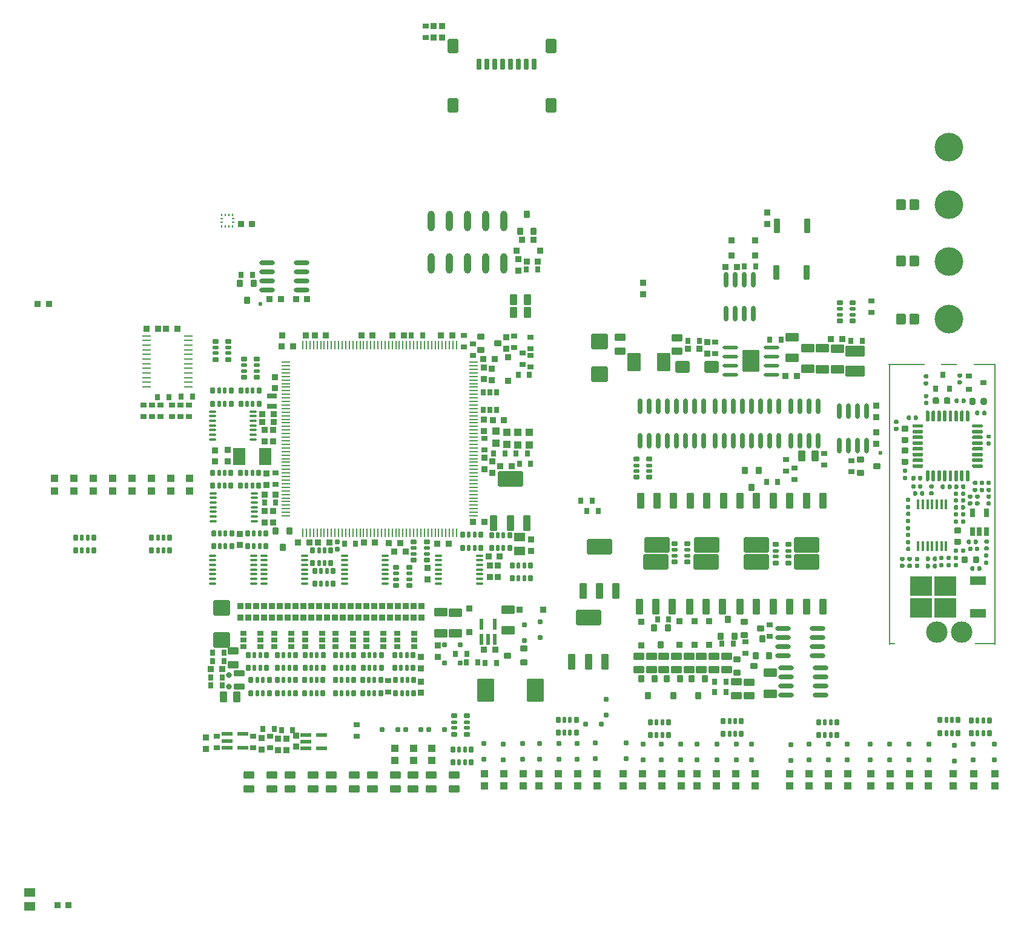
<source format=gtp>
G75*
G70*
%OFA0B0*%
%FSLAX25Y25*%
%IPPOS*%
%LPD*%
%AMOC8*
5,1,8,0,0,1.08239X$1,22.5*
%
%AMM1*
21,1,0.027560,0.030710,0.000000,0.000000,0.000000*
21,1,0.022050,0.036220,0.000000,0.000000,0.000000*
1,1,0.005510,0.011020,-0.015350*
1,1,0.005510,-0.011020,-0.015350*
1,1,0.005510,-0.011020,0.015350*
1,1,0.005510,0.011020,0.015350*
%
%AMM10*
21,1,0.039370,0.049210,0.000000,0.000000,0.000000*
21,1,0.031500,0.057090,0.000000,0.000000,0.000000*
1,1,0.007870,0.015750,-0.024610*
1,1,0.007870,-0.015750,-0.024610*
1,1,0.007870,-0.015750,0.024610*
1,1,0.007870,0.015750,0.024610*
%
%AMM101*
21,1,0.106300,0.050390,0.000000,0.000000,0.000000*
21,1,0.093700,0.062990,0.000000,0.000000,0.000000*
1,1,0.012600,0.046850,-0.025200*
1,1,0.012600,-0.046850,-0.025200*
1,1,0.012600,-0.046850,0.025200*
1,1,0.012600,0.046850,0.025200*
%
%AMM102*
21,1,0.074800,0.083460,0.000000,0.000000,180.000000*
21,1,0.059840,0.098430,0.000000,0.000000,180.000000*
1,1,0.014960,-0.029920,0.041730*
1,1,0.014960,0.029920,0.041730*
1,1,0.014960,0.029920,-0.041730*
1,1,0.014960,-0.029920,-0.041730*
%
%AMM103*
21,1,0.122050,0.075590,0.000000,0.000000,270.000000*
21,1,0.103150,0.094490,0.000000,0.000000,270.000000*
1,1,0.018900,-0.037800,-0.051580*
1,1,0.018900,-0.037800,0.051580*
1,1,0.018900,0.037800,0.051580*
1,1,0.018900,0.037800,-0.051580*
%
%AMM104*
21,1,0.078740,0.053540,0.000000,0.000000,180.000000*
21,1,0.065350,0.066930,0.000000,0.000000,180.000000*
1,1,0.013390,-0.032680,0.026770*
1,1,0.013390,0.032680,0.026770*
1,1,0.013390,0.032680,-0.026770*
1,1,0.013390,-0.032680,-0.026770*
%
%AMM105*
21,1,0.070870,0.036220,0.000000,0.000000,180.000000*
21,1,0.061810,0.045280,0.000000,0.000000,180.000000*
1,1,0.009060,-0.030910,0.018110*
1,1,0.009060,0.030910,0.018110*
1,1,0.009060,0.030910,-0.018110*
1,1,0.009060,-0.030910,-0.018110*
%
%AMM106*
21,1,0.086610,0.073230,0.000000,0.000000,90.000000*
21,1,0.069290,0.090550,0.000000,0.000000,90.000000*
1,1,0.017320,0.036610,0.034650*
1,1,0.017320,0.036610,-0.034650*
1,1,0.017320,-0.036610,-0.034650*
1,1,0.017320,-0.036610,0.034650*
%
%AMM11*
21,1,0.039370,0.035430,0.000000,0.000000,270.000000*
21,1,0.031500,0.043310,0.000000,0.000000,270.000000*
1,1,0.007870,-0.017720,-0.015750*
1,1,0.007870,-0.017720,0.015750*
1,1,0.007870,0.017720,0.015750*
1,1,0.007870,0.017720,-0.015750*
%
%AMM113*
21,1,0.078740,0.045670,0.000000,0.000000,270.000000*
21,1,0.067320,0.057090,0.000000,0.000000,270.000000*
1,1,0.011420,-0.022840,-0.033660*
1,1,0.011420,-0.022840,0.033660*
1,1,0.011420,0.022840,0.033660*
1,1,0.011420,0.022840,-0.033660*
%
%AMM114*
21,1,0.059060,0.020470,0.000000,0.000000,270.000000*
21,1,0.053940,0.025590,0.000000,0.000000,270.000000*
1,1,0.005120,-0.010240,-0.026970*
1,1,0.005120,-0.010240,0.026970*
1,1,0.005120,0.010240,0.026970*
1,1,0.005120,0.010240,-0.026970*
%
%AMM115*
21,1,0.033470,0.026770,0.000000,0.000000,90.000000*
21,1,0.026770,0.033470,0.000000,0.000000,90.000000*
1,1,0.006690,0.013390,0.013390*
1,1,0.006690,0.013390,-0.013390*
1,1,0.006690,-0.013390,-0.013390*
1,1,0.006690,-0.013390,0.013390*
%
%AMM119*
21,1,0.070870,0.036220,0.000000,0.000000,0.000000*
21,1,0.061810,0.045280,0.000000,0.000000,0.000000*
1,1,0.009060,0.030910,-0.018110*
1,1,0.009060,-0.030910,-0.018110*
1,1,0.009060,-0.030910,0.018110*
1,1,0.009060,0.030910,0.018110*
%
%AMM12*
21,1,0.033470,0.026770,0.000000,0.000000,0.000000*
21,1,0.026770,0.033470,0.000000,0.000000,0.000000*
1,1,0.006690,0.013390,-0.013390*
1,1,0.006690,-0.013390,-0.013390*
1,1,0.006690,-0.013390,0.013390*
1,1,0.006690,0.013390,0.013390*
%
%AMM120*
21,1,0.035430,0.030320,0.000000,0.000000,90.000000*
21,1,0.028350,0.037400,0.000000,0.000000,90.000000*
1,1,0.007090,0.015160,0.014170*
1,1,0.007090,0.015160,-0.014170*
1,1,0.007090,-0.015160,-0.014170*
1,1,0.007090,-0.015160,0.014170*
%
%AMM121*
21,1,0.021650,0.052760,0.000000,0.000000,0.000000*
21,1,0.017320,0.057090,0.000000,0.000000,0.000000*
1,1,0.004330,0.008660,-0.026380*
1,1,0.004330,-0.008660,-0.026380*
1,1,0.004330,-0.008660,0.026380*
1,1,0.004330,0.008660,0.026380*
%
%AMM122*
21,1,0.094490,0.111020,0.000000,0.000000,180.000000*
21,1,0.075590,0.129920,0.000000,0.000000,180.000000*
1,1,0.018900,-0.037800,0.055510*
1,1,0.018900,0.037800,0.055510*
1,1,0.018900,0.037800,-0.055510*
1,1,0.018900,-0.037800,-0.055510*
%
%AMM123*
21,1,0.023620,0.018900,0.000000,0.000000,270.000000*
21,1,0.018900,0.023620,0.000000,0.000000,270.000000*
1,1,0.004720,-0.009450,-0.009450*
1,1,0.004720,-0.009450,0.009450*
1,1,0.004720,0.009450,0.009450*
1,1,0.004720,0.009450,-0.009450*
%
%AMM124*
21,1,0.035830,0.026770,0.000000,0.000000,0.000000*
21,1,0.029130,0.033470,0.000000,0.000000,0.000000*
1,1,0.006690,0.014570,-0.013390*
1,1,0.006690,-0.014570,-0.013390*
1,1,0.006690,-0.014570,0.013390*
1,1,0.006690,0.014570,0.013390*
%
%AMM125*
21,1,0.023620,0.018900,0.000000,0.000000,180.000000*
21,1,0.018900,0.023620,0.000000,0.000000,180.000000*
1,1,0.004720,-0.009450,0.009450*
1,1,0.004720,0.009450,0.009450*
1,1,0.004720,0.009450,-0.009450*
1,1,0.004720,-0.009450,-0.009450*
%
%AMM126*
21,1,0.035830,0.026770,0.000000,0.000000,90.000000*
21,1,0.029130,0.033470,0.000000,0.000000,90.000000*
1,1,0.006690,0.013390,0.014570*
1,1,0.006690,0.013390,-0.014570*
1,1,0.006690,-0.013390,-0.014570*
1,1,0.006690,-0.013390,0.014570*
%
%AMM13*
21,1,0.027560,0.030710,0.000000,0.000000,270.000000*
21,1,0.022050,0.036220,0.000000,0.000000,270.000000*
1,1,0.005510,-0.015350,-0.011020*
1,1,0.005510,-0.015350,0.011020*
1,1,0.005510,0.015350,0.011020*
1,1,0.005510,0.015350,-0.011020*
%
%AMM135*
21,1,0.021650,0.052760,0.000000,0.000000,270.000000*
21,1,0.017320,0.057090,0.000000,0.000000,270.000000*
1,1,0.004330,-0.026380,-0.008660*
1,1,0.004330,-0.026380,0.008660*
1,1,0.004330,0.026380,0.008660*
1,1,0.004330,0.026380,-0.008660*
%
%AMM137*
21,1,0.035430,0.030320,0.000000,0.000000,0.000000*
21,1,0.028350,0.037400,0.000000,0.000000,0.000000*
1,1,0.007090,0.014170,-0.015160*
1,1,0.007090,-0.014170,-0.015160*
1,1,0.007090,-0.014170,0.015160*
1,1,0.007090,0.014170,0.015160*
%
%AMM138*
21,1,0.043310,0.075980,0.000000,0.000000,180.000000*
21,1,0.034650,0.084650,0.000000,0.000000,180.000000*
1,1,0.008660,-0.017320,0.037990*
1,1,0.008660,0.017320,0.037990*
1,1,0.008660,0.017320,-0.037990*
1,1,0.008660,-0.017320,-0.037990*
%
%AMM139*
21,1,0.043310,0.075990,0.000000,0.000000,180.000000*
21,1,0.034650,0.084650,0.000000,0.000000,180.000000*
1,1,0.008660,-0.017320,0.037990*
1,1,0.008660,0.017320,0.037990*
1,1,0.008660,0.017320,-0.037990*
1,1,0.008660,-0.017320,-0.037990*
%
%AMM14*
21,1,0.031500,0.072440,0.000000,0.000000,0.000000*
21,1,0.025200,0.078740,0.000000,0.000000,0.000000*
1,1,0.006300,0.012600,-0.036220*
1,1,0.006300,-0.012600,-0.036220*
1,1,0.006300,-0.012600,0.036220*
1,1,0.006300,0.012600,0.036220*
%
%AMM140*
21,1,0.137800,0.067720,0.000000,0.000000,180.000000*
21,1,0.120870,0.084650,0.000000,0.000000,180.000000*
1,1,0.016930,-0.060430,0.033860*
1,1,0.016930,0.060430,0.033860*
1,1,0.016930,0.060430,-0.033860*
1,1,0.016930,-0.060430,-0.033860*
%
%AMM141*
21,1,0.025590,0.026380,0.000000,0.000000,90.000000*
21,1,0.020470,0.031500,0.000000,0.000000,90.000000*
1,1,0.005120,0.013190,0.010240*
1,1,0.005120,0.013190,-0.010240*
1,1,0.005120,-0.013190,-0.010240*
1,1,0.005120,-0.013190,0.010240*
%
%AMM142*
21,1,0.017720,0.027950,0.000000,0.000000,90.000000*
21,1,0.014170,0.031500,0.000000,0.000000,90.000000*
1,1,0.003540,0.013980,0.007090*
1,1,0.003540,0.013980,-0.007090*
1,1,0.003540,-0.013980,-0.007090*
1,1,0.003540,-0.013980,0.007090*
%
%AMM15*
21,1,0.051180,0.048820,0.000000,0.000000,0.000000*
21,1,0.040950,0.059060,0.000000,0.000000,0.000000*
1,1,0.010240,0.020470,-0.024410*
1,1,0.010240,-0.020470,-0.024410*
1,1,0.010240,-0.020470,0.024410*
1,1,0.010240,0.020470,0.024410*
%
%AMM151*
21,1,0.035430,0.030320,-0.000000,0.000000,270.000000*
21,1,0.028350,0.037400,-0.000000,0.000000,270.000000*
1,1,0.007090,-0.015160,-0.014170*
1,1,0.007090,-0.015160,0.014170*
1,1,0.007090,0.015160,0.014170*
1,1,0.007090,0.015160,-0.014170*
%
%AMM152*
21,1,0.033470,0.026770,-0.000000,0.000000,90.000000*
21,1,0.026770,0.033470,-0.000000,0.000000,90.000000*
1,1,0.006690,0.013390,0.013390*
1,1,0.006690,0.013390,-0.013390*
1,1,0.006690,-0.013390,-0.013390*
1,1,0.006690,-0.013390,0.013390*
%
%AMM153*
21,1,0.027560,0.030710,-0.000000,0.000000,270.000000*
21,1,0.022050,0.036220,-0.000000,0.000000,270.000000*
1,1,0.005510,-0.015350,-0.011020*
1,1,0.005510,-0.015350,0.011020*
1,1,0.005510,0.015350,0.011020*
1,1,0.005510,0.015350,-0.011020*
%
%AMM16*
21,1,0.039370,0.049210,0.000000,0.000000,90.000000*
21,1,0.031500,0.057090,0.000000,0.000000,90.000000*
1,1,0.007870,0.024610,0.015750*
1,1,0.007870,0.024610,-0.015750*
1,1,0.007870,-0.024610,-0.015750*
1,1,0.007870,-0.024610,0.015750*
%
%AMM17*
21,1,0.025590,0.026380,0.000000,0.000000,270.000000*
21,1,0.020470,0.031500,0.000000,0.000000,270.000000*
1,1,0.005120,-0.013190,-0.010240*
1,1,0.005120,-0.013190,0.010240*
1,1,0.005120,0.013190,0.010240*
1,1,0.005120,0.013190,-0.010240*
%
%AMM18*
21,1,0.017720,0.027950,0.000000,0.000000,270.000000*
21,1,0.014170,0.031500,0.000000,0.000000,270.000000*
1,1,0.003540,-0.013980,-0.007090*
1,1,0.003540,-0.013980,0.007090*
1,1,0.003540,0.013980,0.007090*
1,1,0.003540,0.013980,-0.007090*
%
%AMM2*
21,1,0.023620,0.018900,0.000000,0.000000,90.000000*
21,1,0.018900,0.023620,0.000000,0.000000,90.000000*
1,1,0.004720,0.009450,0.009450*
1,1,0.004720,0.009450,-0.009450*
1,1,0.004720,-0.009450,-0.009450*
1,1,0.004720,-0.009450,0.009450*
%
%AMM3*
21,1,0.023620,0.018900,0.000000,0.000000,0.000000*
21,1,0.018900,0.023620,0.000000,0.000000,0.000000*
1,1,0.004720,0.009450,-0.009450*
1,1,0.004720,-0.009450,-0.009450*
1,1,0.004720,-0.009450,0.009450*
1,1,0.004720,0.009450,0.009450*
%
%AMM4*
21,1,0.033470,0.026770,0.000000,0.000000,270.000000*
21,1,0.026770,0.033470,0.000000,0.000000,270.000000*
1,1,0.006690,-0.013390,-0.013390*
1,1,0.006690,-0.013390,0.013390*
1,1,0.006690,0.013390,0.013390*
1,1,0.006690,0.013390,-0.013390*
%
%AMM5*
21,1,0.043310,0.075980,0.000000,0.000000,0.000000*
21,1,0.034650,0.084650,0.000000,0.000000,0.000000*
1,1,0.008660,0.017320,-0.037990*
1,1,0.008660,-0.017320,-0.037990*
1,1,0.008660,-0.017320,0.037990*
1,1,0.008660,0.017320,0.037990*
%
%AMM6*
21,1,0.043310,0.075990,0.000000,0.000000,0.000000*
21,1,0.034650,0.084650,0.000000,0.000000,0.000000*
1,1,0.008660,0.017320,-0.037990*
1,1,0.008660,-0.017320,-0.037990*
1,1,0.008660,-0.017320,0.037990*
1,1,0.008660,0.017320,0.037990*
%
%AMM7*
21,1,0.137800,0.067720,0.000000,0.000000,0.000000*
21,1,0.120870,0.084650,0.000000,0.000000,0.000000*
1,1,0.016930,0.060430,-0.033860*
1,1,0.016930,-0.060430,-0.033860*
1,1,0.016930,-0.060430,0.033860*
1,1,0.016930,0.060430,0.033860*
%
%AMM71*
21,1,0.035430,0.050000,0.000000,0.000000,270.000000*
21,1,0.028350,0.057090,0.000000,0.000000,270.000000*
1,1,0.007090,-0.025000,-0.014170*
1,1,0.007090,-0.025000,0.014170*
1,1,0.007090,0.025000,0.014170*
1,1,0.007090,0.025000,-0.014170*
%
%AMM72*
21,1,0.086610,0.073230,0.000000,0.000000,270.000000*
21,1,0.069290,0.090550,0.000000,0.000000,270.000000*
1,1,0.017320,-0.036610,-0.034650*
1,1,0.017320,-0.036610,0.034650*
1,1,0.017320,0.036610,0.034650*
1,1,0.017320,0.036610,-0.034650*
%
%AMM73*
21,1,0.027560,0.030710,0.000000,0.000000,90.000000*
21,1,0.022050,0.036220,0.000000,0.000000,90.000000*
1,1,0.005510,0.015350,0.011020*
1,1,0.005510,0.015350,-0.011020*
1,1,0.005510,-0.015350,-0.011020*
1,1,0.005510,-0.015350,0.011020*
%
%AMM74*
21,1,0.039370,0.049210,0.000000,0.000000,180.000000*
21,1,0.031500,0.057090,0.000000,0.000000,180.000000*
1,1,0.007870,-0.015750,0.024610*
1,1,0.007870,0.015750,0.024610*
1,1,0.007870,0.015750,-0.024610*
1,1,0.007870,-0.015750,-0.024610*
%
%AMM75*
21,1,0.023620,0.030710,0.000000,0.000000,90.000000*
21,1,0.018900,0.035430,0.000000,0.000000,90.000000*
1,1,0.004720,0.015350,0.009450*
1,1,0.004720,0.015350,-0.009450*
1,1,0.004720,-0.015350,-0.009450*
1,1,0.004720,-0.015350,0.009450*
%
%AMM76*
21,1,0.033470,0.026770,0.000000,0.000000,180.000000*
21,1,0.026770,0.033470,0.000000,0.000000,180.000000*
1,1,0.006690,-0.013390,0.013390*
1,1,0.006690,0.013390,0.013390*
1,1,0.006690,0.013390,-0.013390*
1,1,0.006690,-0.013390,-0.013390*
%
%AMM8*
21,1,0.025590,0.026380,0.000000,0.000000,0.000000*
21,1,0.020470,0.031500,0.000000,0.000000,0.000000*
1,1,0.005120,0.010240,-0.013190*
1,1,0.005120,-0.010240,-0.013190*
1,1,0.005120,-0.010240,0.013190*
1,1,0.005120,0.010240,0.013190*
%
%AMM83*
21,1,0.027560,0.018900,0.000000,0.000000,180.000000*
21,1,0.022840,0.023620,0.000000,0.000000,180.000000*
1,1,0.004720,-0.011420,0.009450*
1,1,0.004720,0.011420,0.009450*
1,1,0.004720,0.011420,-0.009450*
1,1,0.004720,-0.011420,-0.009450*
%
%AMM84*
21,1,0.027560,0.030710,0.000000,0.000000,180.000000*
21,1,0.022050,0.036220,0.000000,0.000000,180.000000*
1,1,0.005510,-0.011020,0.015350*
1,1,0.005510,0.011020,0.015350*
1,1,0.005510,0.011020,-0.015350*
1,1,0.005510,-0.011020,-0.015350*
%
%AMM85*
21,1,0.035430,0.030320,0.000000,0.000000,270.000000*
21,1,0.028350,0.037400,0.000000,0.000000,270.000000*
1,1,0.007090,-0.015160,-0.014170*
1,1,0.007090,-0.015160,0.014170*
1,1,0.007090,0.015160,0.014170*
1,1,0.007090,0.015160,-0.014170*
%
%AMM86*
21,1,0.023620,0.030710,0.000000,0.000000,180.000000*
21,1,0.018900,0.035430,0.000000,0.000000,180.000000*
1,1,0.004720,-0.009450,0.015350*
1,1,0.004720,0.009450,0.015350*
1,1,0.004720,0.009450,-0.015350*
1,1,0.004720,-0.009450,-0.015350*
%
%AMM87*
21,1,0.035830,0.026770,0.000000,0.000000,270.000000*
21,1,0.029130,0.033470,0.000000,0.000000,270.000000*
1,1,0.006690,-0.013390,-0.014570*
1,1,0.006690,-0.013390,0.014570*
1,1,0.006690,0.013390,0.014570*
1,1,0.006690,0.013390,-0.014570*
%
%AMM88*
21,1,0.035430,0.030320,0.000000,0.000000,180.000000*
21,1,0.028350,0.037400,0.000000,0.000000,180.000000*
1,1,0.007090,-0.014170,0.015160*
1,1,0.007090,0.014170,0.015160*
1,1,0.007090,0.014170,-0.015160*
1,1,0.007090,-0.014170,-0.015160*
%
%AMM89*
21,1,0.027560,0.049610,0.000000,0.000000,270.000000*
21,1,0.022050,0.055120,0.000000,0.000000,270.000000*
1,1,0.005510,-0.024800,-0.011020*
1,1,0.005510,-0.024800,0.011020*
1,1,0.005510,0.024800,0.011020*
1,1,0.005510,0.024800,-0.011020*
%
%AMM9*
21,1,0.017720,0.027950,0.000000,0.000000,0.000000*
21,1,0.014170,0.031500,0.000000,0.000000,0.000000*
1,1,0.003540,0.007090,-0.013980*
1,1,0.003540,-0.007090,-0.013980*
1,1,0.003540,-0.007090,0.013980*
1,1,0.003540,0.007090,0.013980*
%
%AMM90*
21,1,0.035830,0.026770,0.000000,0.000000,180.000000*
21,1,0.029130,0.033470,0.000000,0.000000,180.000000*
1,1,0.006690,-0.014570,0.013390*
1,1,0.006690,0.014570,0.013390*
1,1,0.006690,0.014570,-0.013390*
1,1,0.006690,-0.014570,-0.013390*
%
%ADD103M106*%
%ADD106M125*%
%ADD107M2*%
%ADD125M103*%
%ADD126M139*%
%ADD127R,0.19882X0.00984*%
%ADD135R,0.05906X0.05118*%
%ADD144M119*%
%ADD149C,0.02362*%
%ADD151R,0.03740X0.00984*%
%ADD155M88*%
%ADD157M1*%
%ADD162M114*%
%ADD166M14*%
%ADD174R,0.00984X1.54528*%
%ADD175M87*%
%ADD183M141*%
%ADD185M71*%
%ADD19R,0.01378X0.00984*%
%ADD190M137*%
%ADD198M104*%
%ADD199M90*%
%ADD20R,0.12205X0.00984*%
%ADD202R,0.06693X0.09449*%
%ADD206M15*%
%ADD207M9*%
%ADD21O,0.05118X0.00866*%
%ADD215O,0.02362X0.08661*%
%ADD216M122*%
%ADD220M83*%
%ADD225M72*%
%ADD227O,0.01968X0.03937*%
%ADD229M84*%
%ADD231M105*%
%ADD232M120*%
%ADD235M86*%
%ADD237M113*%
%ADD238O,0.04016X0.11221*%
%ADD241M7*%
%ADD242C,0.15748*%
%ADD245O,0.04961X0.00984*%
%ADD249M140*%
%ADD251R,0.08858X0.00984*%
%ADD252M12*%
%ADD254M8*%
%ADD272M73*%
%ADD275M126*%
%ADD278C,0.03150*%
%ADD279M6*%
%ADD283R,0.03543X0.03150*%
%ADD285M85*%
%ADD287M13*%
%ADD29M123*%
%ADD30M89*%
%ADD303M17*%
%ADD304M18*%
%ADD307M135*%
%ADD318O,0.08661X0.02362*%
%ADD324R,0.11614X0.00984*%
%ADD33M121*%
%ADD330O,0.00866X0.05118*%
%ADD332M10*%
%ADD337M102*%
%ADD339M74*%
%ADD343M151*%
%ADD344M152*%
%ADD345M153*%
%ADD349R,0.02559X0.04803*%
%ADD35M5*%
%ADD350R,0.01772X0.05709*%
%ADD351R,0.08661X0.04724*%
%ADD354R,0.12008X0.10827*%
%ADD37M142*%
%ADD44R,0.00984X0.01378*%
%ADD48O,0.04331X0.01181*%
%ADD49M11*%
%ADD50M75*%
%ADD60M115*%
%ADD64R,0.03150X0.03543*%
%ADD65M101*%
%ADD66M124*%
%ADD70M3*%
%ADD80M16*%
%ADD81M4*%
%ADD89C,0.11811*%
%ADD93M76*%
%ADD96M138*%
%ADD99O,0.08661X0.01968*%
X0000000Y0000000D02*
G01*
G75*
D157*
X0360827Y0306299D02*
D03*
X0367126Y0306299D02*
D03*
X0364075Y0300787D02*
D03*
X0370374Y0300787D02*
D03*
D107*
X0363484Y0183268D02*
D03*
X0372146Y0183268D02*
D03*
X0285827Y0180216D02*
D03*
X0277165Y0180216D02*
D03*
X0259842Y0180216D02*
D03*
X0251181Y0180216D02*
D03*
X0272835Y0180216D02*
D03*
X0264173Y0180216D02*
D03*
D70*
X0374606Y0196949D02*
D03*
X0374606Y0188287D02*
D03*
X0454528Y0172441D02*
D03*
X0454528Y0163779D02*
D03*
X0348524Y0172835D02*
D03*
X0348524Y0164173D02*
D03*
X0435630Y0172441D02*
D03*
X0435630Y0163779D02*
D03*
X0405118Y0172441D02*
D03*
X0405118Y0163779D02*
D03*
X0415748Y0172441D02*
D03*
X0415748Y0163779D02*
D03*
X0394882Y0172441D02*
D03*
X0394882Y0163779D02*
D03*
X0424606Y0172441D02*
D03*
X0424606Y0163779D02*
D03*
X0368701Y0172933D02*
D03*
X0368701Y0164272D02*
D03*
X0358760Y0172835D02*
D03*
X0358760Y0164173D02*
D03*
X0337894Y0172835D02*
D03*
X0337894Y0164173D02*
D03*
X0385827Y0172933D02*
D03*
X0385827Y0164272D02*
D03*
X0446260Y0172441D02*
D03*
X0446260Y0163779D02*
D03*
X0552362Y0163779D02*
D03*
X0552362Y0172441D02*
D03*
X0541339Y0163779D02*
D03*
X0541339Y0172441D02*
D03*
X0530709Y0163779D02*
D03*
X0530709Y0172441D02*
D03*
X0520079Y0163779D02*
D03*
X0520079Y0172441D02*
D03*
X0476378Y0163386D02*
D03*
X0476378Y0172047D02*
D03*
X0486221Y0163779D02*
D03*
X0486221Y0172441D02*
D03*
X0496850Y0163779D02*
D03*
X0496850Y0172441D02*
D03*
X0507480Y0163779D02*
D03*
X0507480Y0172441D02*
D03*
X0566437Y0162992D02*
D03*
X0566437Y0171653D02*
D03*
X0307480Y0164173D02*
D03*
X0307480Y0172835D02*
D03*
X0576772Y0163779D02*
D03*
X0576772Y0172441D02*
D03*
X0318110Y0163779D02*
D03*
X0318110Y0172441D02*
D03*
X0588386Y0163779D02*
D03*
X0588386Y0172441D02*
D03*
X0328740Y0163976D02*
D03*
X0328740Y0172638D02*
D03*
D81*
X0394882Y0420118D02*
D03*
X0394882Y0426339D02*
D03*
X0463484Y0458701D02*
D03*
X0463484Y0464921D02*
D03*
D35*
X0362008Y0256594D02*
D03*
X0380118Y0256594D02*
D03*
X0355807Y0217618D02*
D03*
X0373917Y0217618D02*
D03*
D279*
X0371063Y0256594D02*
D03*
X0364862Y0217618D02*
D03*
D241*
X0371063Y0281004D02*
D03*
X0364862Y0242028D02*
D03*
D254*
X0491634Y0177362D02*
D03*
X0491634Y0184449D02*
D03*
X0501673Y0184449D02*
D03*
X0501673Y0177362D02*
D03*
X0092714Y0286164D02*
D03*
X0092714Y0279078D02*
D03*
X0082675Y0279078D02*
D03*
X0082675Y0286164D02*
D03*
X0124407Y0286164D02*
D03*
X0124407Y0279078D02*
D03*
X0134447Y0279078D02*
D03*
X0134447Y0286164D02*
D03*
X0408957Y0177264D02*
D03*
X0408957Y0184350D02*
D03*
X0398917Y0184350D02*
D03*
X0398917Y0177264D02*
D03*
X0449114Y0177953D02*
D03*
X0449114Y0185039D02*
D03*
X0439075Y0185039D02*
D03*
X0439075Y0177953D02*
D03*
X0358268Y0178740D02*
D03*
X0358268Y0185827D02*
D03*
X0348228Y0185827D02*
D03*
X0348228Y0178740D02*
D03*
X0568504Y0178543D02*
D03*
X0568504Y0185630D02*
D03*
X0558465Y0185630D02*
D03*
X0558465Y0178543D02*
D03*
X0575591Y0178347D02*
D03*
X0575591Y0185433D02*
D03*
X0585630Y0185433D02*
D03*
X0585630Y0178347D02*
D03*
X0300394Y0169488D02*
D03*
X0300394Y0162402D02*
D03*
X0290354Y0162402D02*
D03*
X0290354Y0169488D02*
D03*
D207*
X0495079Y0177362D02*
D03*
X0498228Y0177362D02*
D03*
X0498228Y0184449D02*
D03*
X0495079Y0184449D02*
D03*
X0089269Y0286164D02*
D03*
X0086120Y0286164D02*
D03*
X0086120Y0279078D02*
D03*
X0089269Y0279078D02*
D03*
X0131002Y0279078D02*
D03*
X0127852Y0279078D02*
D03*
X0127852Y0286164D02*
D03*
X0131002Y0286164D02*
D03*
X0402362Y0184350D02*
D03*
X0405512Y0184350D02*
D03*
X0405512Y0177264D02*
D03*
X0402362Y0177264D02*
D03*
X0442520Y0185039D02*
D03*
X0445669Y0185039D02*
D03*
X0445669Y0177953D02*
D03*
X0442520Y0177953D02*
D03*
X0351673Y0185827D02*
D03*
X0354823Y0185827D02*
D03*
X0354823Y0178740D02*
D03*
X0351673Y0178740D02*
D03*
X0561909Y0185630D02*
D03*
X0565059Y0185630D02*
D03*
X0565059Y0178543D02*
D03*
X0561909Y0178543D02*
D03*
X0579035Y0178347D02*
D03*
X0582185Y0178347D02*
D03*
X0582185Y0185433D02*
D03*
X0579035Y0185433D02*
D03*
X0296949Y0169488D02*
D03*
X0293799Y0169488D02*
D03*
X0293799Y0162402D02*
D03*
X0296949Y0162402D02*
D03*
D332*
X0331201Y0416929D02*
D03*
X0323721Y0416929D02*
D03*
X0331201Y0410138D02*
D03*
X0323721Y0410138D02*
D03*
D49*
X0588583Y0155905D02*
D03*
X0588583Y0149213D02*
D03*
X0278543Y0163386D02*
D03*
X0278543Y0170079D02*
D03*
X0071061Y0311854D02*
D03*
X0071061Y0318546D02*
D03*
X0081691Y0311854D02*
D03*
X0081691Y0318546D02*
D03*
X0092321Y0311854D02*
D03*
X0092321Y0318546D02*
D03*
X0102950Y0311854D02*
D03*
X0102950Y0318546D02*
D03*
X0113580Y0311854D02*
D03*
X0113580Y0318546D02*
D03*
X0124210Y0311854D02*
D03*
X0124210Y0318546D02*
D03*
X0134840Y0311854D02*
D03*
X0134840Y0318546D02*
D03*
X0145470Y0311854D02*
D03*
X0145470Y0318546D02*
D03*
X0415945Y0149213D02*
D03*
X0415945Y0155905D02*
D03*
X0405315Y0149213D02*
D03*
X0405315Y0155905D02*
D03*
X0394685Y0149213D02*
D03*
X0394685Y0155905D02*
D03*
X0384055Y0149213D02*
D03*
X0384055Y0155905D02*
D03*
X0348327Y0149213D02*
D03*
X0348327Y0155905D02*
D03*
X0424803Y0149213D02*
D03*
X0424803Y0155905D02*
D03*
X0358957Y0149213D02*
D03*
X0358957Y0155905D02*
D03*
X0435433Y0149213D02*
D03*
X0435433Y0155905D02*
D03*
X0456693Y0149213D02*
D03*
X0456693Y0155905D02*
D03*
X0446063Y0149213D02*
D03*
X0446063Y0155905D02*
D03*
X0337697Y0149213D02*
D03*
X0337697Y0155905D02*
D03*
X0369587Y0149213D02*
D03*
X0369587Y0155905D02*
D03*
X0552165Y0155905D02*
D03*
X0552165Y0149213D02*
D03*
X0541536Y0155905D02*
D03*
X0541536Y0149213D02*
D03*
X0530906Y0155905D02*
D03*
X0530906Y0149213D02*
D03*
X0520276Y0155905D02*
D03*
X0520276Y0149213D02*
D03*
X0475787Y0155905D02*
D03*
X0475787Y0149213D02*
D03*
X0486417Y0155905D02*
D03*
X0486417Y0149213D02*
D03*
X0497047Y0155905D02*
D03*
X0497047Y0149213D02*
D03*
X0507677Y0155905D02*
D03*
X0507677Y0149213D02*
D03*
X0565551Y0155905D02*
D03*
X0565551Y0149213D02*
D03*
X0307677Y0155905D02*
D03*
X0307677Y0149213D02*
D03*
X0576958Y0155905D02*
D03*
X0576958Y0149213D02*
D03*
X0318307Y0155905D02*
D03*
X0318307Y0149213D02*
D03*
X0328937Y0155905D02*
D03*
X0328937Y0149213D02*
D03*
X0258465Y0163386D02*
D03*
X0258465Y0170079D02*
D03*
X0268701Y0163386D02*
D03*
X0268701Y0170079D02*
D03*
D151*
X0531988Y0227756D02*
D03*
D174*
X0530610Y0304528D02*
D03*
X0588681Y0304528D02*
D03*
D251*
X0563484Y0381299D02*
D03*
D20*
X0583071Y0381299D02*
D03*
D127*
X0540059Y0381299D02*
D03*
D324*
X0583366Y0227756D02*
D03*
D89*
X0570472Y0234154D02*
D03*
X0556693Y0234154D02*
D03*
D135*
X0057382Y0090650D02*
D03*
X0057382Y0083169D02*
D03*
D252*
X0078799Y0083563D02*
D03*
X0072579Y0083563D02*
D03*
X0173560Y0458698D02*
D03*
X0179780Y0458698D02*
D03*
X0061654Y0414764D02*
D03*
X0067874Y0414764D02*
D03*
D287*
X0520571Y0416240D02*
D03*
X0520571Y0409941D02*
D03*
X0237402Y0176772D02*
D03*
X0237402Y0183071D02*
D03*
D44*
X0167104Y0463762D02*
D03*
X0165136Y0463762D02*
D03*
X0169073Y0463762D02*
D03*
X0163167Y0463762D02*
D03*
X0169073Y0457463D02*
D03*
X0167104Y0457463D02*
D03*
X0165136Y0457463D02*
D03*
X0163167Y0457463D02*
D03*
D19*
X0169270Y0461596D02*
D03*
X0169270Y0459628D02*
D03*
X0162971Y0459628D02*
D03*
X0162971Y0461596D02*
D03*
D166*
X0485236Y0457579D02*
D03*
X0468701Y0457579D02*
D03*
X0485039Y0431988D02*
D03*
X0468504Y0431988D02*
D03*
D206*
X0544488Y0469488D02*
D03*
X0537008Y0469488D02*
D03*
X0537008Y0406398D02*
D03*
X0544488Y0406398D02*
D03*
X0544488Y0438268D02*
D03*
X0537008Y0438268D02*
D03*
D242*
X0563189Y0500984D02*
D03*
X0563189Y0406496D02*
D03*
X0563189Y0437992D02*
D03*
X0563189Y0469488D02*
D03*
D80*
X0258661Y0155315D02*
D03*
X0258661Y0147835D02*
D03*
X0190748Y0155315D02*
D03*
X0190748Y0147835D02*
D03*
X0200591Y0155315D02*
D03*
X0200591Y0147835D02*
D03*
X0291142Y0147835D02*
D03*
X0291142Y0155315D02*
D03*
X0245866Y0147835D02*
D03*
X0245866Y0155315D02*
D03*
X0236024Y0147835D02*
D03*
X0236024Y0155315D02*
D03*
X0223228Y0147835D02*
D03*
X0223228Y0155315D02*
D03*
X0213386Y0147835D02*
D03*
X0213386Y0155315D02*
D03*
X0177953Y0147835D02*
D03*
X0177953Y0155315D02*
D03*
X0278346Y0155315D02*
D03*
X0278346Y0147835D02*
D03*
X0268504Y0155315D02*
D03*
X0268504Y0147835D02*
D03*
D303*
X0290945Y0187894D02*
D03*
X0298031Y0187894D02*
D03*
X0298031Y0177854D02*
D03*
X0290945Y0177854D02*
D03*
X0510433Y0415453D02*
D03*
X0503346Y0415453D02*
D03*
X0503346Y0405413D02*
D03*
X0510433Y0405413D02*
D03*
D304*
X0290945Y0184449D02*
D03*
X0290945Y0181299D02*
D03*
X0298031Y0181299D02*
D03*
X0298031Y0184449D02*
D03*
X0503346Y0408858D02*
D03*
X0503346Y0412008D02*
D03*
X0510433Y0412008D02*
D03*
X0510433Y0408858D02*
D03*
X0154331Y0194882D02*
G01*
G75*
D185*
X0172638Y0211417D02*
D03*
X0172638Y0203937D02*
D03*
D225*
X0162992Y0247540D02*
D03*
X0162992Y0229823D02*
D03*
D272*
X0254626Y0201181D02*
D03*
X0254626Y0207480D02*
D03*
D339*
X0171359Y0198425D02*
D03*
X0163878Y0198425D02*
D03*
D278*
X0167126Y0210236D02*
D03*
X0167126Y0203937D02*
D03*
D50*
X0269095Y0225886D02*
D03*
X0269095Y0229626D02*
D03*
X0269095Y0233366D02*
D03*
X0259646Y0233366D02*
D03*
X0259646Y0229626D02*
D03*
X0259646Y0225886D02*
D03*
X0191929Y0225886D02*
D03*
X0191929Y0229626D02*
D03*
X0191929Y0233366D02*
D03*
X0201378Y0233366D02*
D03*
X0201378Y0229626D02*
D03*
X0201378Y0225886D02*
D03*
X0184449Y0225886D02*
D03*
X0184449Y0229626D02*
D03*
X0184449Y0233366D02*
D03*
X0175000Y0233366D02*
D03*
X0175000Y0229626D02*
D03*
X0175000Y0225886D02*
D03*
X0208859Y0225886D02*
D03*
X0208859Y0229626D02*
D03*
X0208859Y0233366D02*
D03*
X0218307Y0233366D02*
D03*
X0218307Y0229626D02*
D03*
X0218307Y0225886D02*
D03*
X0235236Y0225886D02*
D03*
X0235236Y0229626D02*
D03*
X0235236Y0233366D02*
D03*
X0225788Y0233366D02*
D03*
X0225788Y0229626D02*
D03*
X0225788Y0225886D02*
D03*
X0242717Y0225886D02*
D03*
X0242717Y0229626D02*
D03*
X0242717Y0233366D02*
D03*
X0252166Y0233366D02*
D03*
X0252166Y0229626D02*
D03*
X0252166Y0225886D02*
D03*
D254*
X0268800Y0200492D02*
D03*
X0268800Y0207579D02*
D03*
X0258760Y0207579D02*
D03*
X0258760Y0200492D02*
D03*
X0193701Y0200492D02*
D03*
X0193701Y0207579D02*
D03*
X0203740Y0207579D02*
D03*
X0203740Y0200492D02*
D03*
X0189174Y0200492D02*
D03*
X0189174Y0207579D02*
D03*
X0179134Y0207579D02*
D03*
X0179134Y0200492D02*
D03*
X0208760Y0200492D02*
D03*
X0208760Y0207579D02*
D03*
X0218799Y0207579D02*
D03*
X0218799Y0200492D02*
D03*
X0235630Y0200492D02*
D03*
X0235630Y0207579D02*
D03*
X0225591Y0207579D02*
D03*
X0225591Y0200492D02*
D03*
X0240552Y0200492D02*
D03*
X0240552Y0207579D02*
D03*
X0250591Y0207579D02*
D03*
X0250591Y0200492D02*
D03*
X0203642Y0214272D02*
D03*
X0203642Y0221358D02*
D03*
X0193603Y0221358D02*
D03*
X0193603Y0214272D02*
D03*
X0177658Y0214272D02*
D03*
X0177658Y0221358D02*
D03*
X0187697Y0221358D02*
D03*
X0187697Y0214272D02*
D03*
X0218898Y0214272D02*
D03*
X0218898Y0221358D02*
D03*
X0208859Y0221358D02*
D03*
X0208859Y0214272D02*
D03*
X0225591Y0214272D02*
D03*
X0225591Y0221358D02*
D03*
X0235630Y0221358D02*
D03*
X0235630Y0214272D02*
D03*
X0250886Y0214272D02*
D03*
X0250886Y0221358D02*
D03*
X0240847Y0221358D02*
D03*
X0240847Y0214272D02*
D03*
X0258268Y0214370D02*
D03*
X0258268Y0221457D02*
D03*
X0268307Y0221457D02*
D03*
X0268307Y0214370D02*
D03*
D207*
X0262205Y0207579D02*
D03*
X0265355Y0207579D02*
D03*
X0265355Y0200492D02*
D03*
X0262205Y0200492D02*
D03*
X0197146Y0200492D02*
D03*
X0200296Y0200492D02*
D03*
X0200296Y0207579D02*
D03*
X0197146Y0207579D02*
D03*
X0182579Y0207579D02*
D03*
X0185729Y0207579D02*
D03*
X0185729Y0200492D02*
D03*
X0182579Y0200492D02*
D03*
X0212205Y0200492D02*
D03*
X0215355Y0200492D02*
D03*
X0215355Y0207579D02*
D03*
X0212205Y0207579D02*
D03*
X0229036Y0207579D02*
D03*
X0232185Y0207579D02*
D03*
X0232185Y0200492D02*
D03*
X0229036Y0200492D02*
D03*
X0243996Y0200492D02*
D03*
X0247146Y0200492D02*
D03*
X0247146Y0207579D02*
D03*
X0243996Y0207579D02*
D03*
X0197048Y0221358D02*
D03*
X0200197Y0221358D02*
D03*
X0200197Y0214272D02*
D03*
X0197048Y0214272D02*
D03*
X0181103Y0214272D02*
D03*
X0184252Y0214272D02*
D03*
X0184252Y0221358D02*
D03*
X0181103Y0221358D02*
D03*
X0212304Y0221358D02*
D03*
X0215453Y0221358D02*
D03*
X0215453Y0214272D02*
D03*
X0212304Y0214272D02*
D03*
X0229036Y0214272D02*
D03*
X0232185Y0214272D02*
D03*
X0232185Y0221358D02*
D03*
X0229036Y0221358D02*
D03*
X0244292Y0221358D02*
D03*
X0247441Y0221358D02*
D03*
X0247441Y0214272D02*
D03*
X0244292Y0214272D02*
D03*
X0261713Y0214370D02*
D03*
X0264862Y0214370D02*
D03*
X0264862Y0221457D02*
D03*
X0261713Y0221457D02*
D03*
D81*
X0272835Y0200630D02*
D03*
X0272835Y0206851D02*
D03*
X0238288Y0242067D02*
D03*
X0238288Y0248288D02*
D03*
X0233957Y0248288D02*
D03*
X0233957Y0242067D02*
D03*
X0229626Y0242067D02*
D03*
X0229626Y0248288D02*
D03*
X0225296Y0248288D02*
D03*
X0225296Y0242067D02*
D03*
X0242618Y0242067D02*
D03*
X0242618Y0248288D02*
D03*
X0246949Y0248288D02*
D03*
X0246949Y0242067D02*
D03*
X0251280Y0242067D02*
D03*
X0251280Y0248288D02*
D03*
X0255610Y0248288D02*
D03*
X0255610Y0242067D02*
D03*
X0207973Y0242067D02*
D03*
X0207973Y0248288D02*
D03*
X0212304Y0248288D02*
D03*
X0212304Y0242067D02*
D03*
X0216634Y0242067D02*
D03*
X0216634Y0248288D02*
D03*
X0220965Y0248288D02*
D03*
X0220965Y0242067D02*
D03*
X0173327Y0242067D02*
D03*
X0173327Y0248288D02*
D03*
X0177658Y0248288D02*
D03*
X0177658Y0242067D02*
D03*
X0181988Y0242067D02*
D03*
X0181988Y0248288D02*
D03*
X0186319Y0248288D02*
D03*
X0186319Y0242067D02*
D03*
X0190650Y0242067D02*
D03*
X0190650Y0248288D02*
D03*
X0194981Y0248288D02*
D03*
X0194981Y0242067D02*
D03*
X0199311Y0242067D02*
D03*
X0199311Y0248288D02*
D03*
X0203642Y0248288D02*
D03*
X0203642Y0242067D02*
D03*
X0272835Y0214016D02*
D03*
X0272835Y0220236D02*
D03*
X0259941Y0242067D02*
D03*
X0259941Y0248288D02*
D03*
X0264272Y0248288D02*
D03*
X0264272Y0242067D02*
D03*
X0268603Y0242067D02*
D03*
X0268603Y0248288D02*
D03*
X0272933Y0248288D02*
D03*
X0272933Y0242067D02*
D03*
D157*
X0156890Y0209154D02*
D03*
X0163189Y0209154D02*
D03*
X0163189Y0204626D02*
D03*
X0156890Y0204626D02*
D03*
X0164174Y0218110D02*
D03*
X0157874Y0218110D02*
D03*
X0164174Y0222736D02*
D03*
X0157874Y0222736D02*
D03*
D80*
X0169488Y0223622D02*
D03*
X0169488Y0216142D02*
D03*
D93*
X0157126Y0213681D02*
D03*
X0163347Y0213681D02*
D03*
X0153937Y0255512D02*
G01*
G75*
D220*
X0226772Y0279725D02*
D03*
X0226772Y0283662D02*
D03*
D241*
X0321850Y0318504D02*
D03*
D35*
X0330906Y0294095D02*
D03*
X0312795Y0294095D02*
D03*
D279*
X0321850Y0294095D02*
D03*
D48*
X0304921Y0260827D02*
D03*
X0304921Y0263386D02*
D03*
X0304921Y0265945D02*
D03*
X0304921Y0268504D02*
D03*
X0304921Y0271063D02*
D03*
X0304921Y0273622D02*
D03*
X0304921Y0276181D02*
D03*
X0282480Y0260827D02*
D03*
X0282480Y0263386D02*
D03*
X0282480Y0265945D02*
D03*
X0282480Y0268504D02*
D03*
X0282480Y0271063D02*
D03*
X0282480Y0273622D02*
D03*
X0282480Y0276181D02*
D03*
X0180906Y0295177D02*
D03*
X0180906Y0297736D02*
D03*
X0180906Y0300295D02*
D03*
X0180906Y0302855D02*
D03*
X0180906Y0305414D02*
D03*
X0180906Y0307973D02*
D03*
X0180906Y0310532D02*
D03*
X0158464Y0295177D02*
D03*
X0158464Y0297736D02*
D03*
X0158464Y0300295D02*
D03*
X0158464Y0302855D02*
D03*
X0158464Y0305414D02*
D03*
X0158464Y0307973D02*
D03*
X0158464Y0310532D02*
D03*
X0180413Y0340158D02*
D03*
X0180413Y0342717D02*
D03*
X0180413Y0345276D02*
D03*
X0180413Y0347835D02*
D03*
X0180413Y0350394D02*
D03*
X0180413Y0352953D02*
D03*
X0180413Y0355512D02*
D03*
X0157972Y0340158D02*
D03*
X0157972Y0342717D02*
D03*
X0157972Y0345276D02*
D03*
X0157972Y0347835D02*
D03*
X0157972Y0350394D02*
D03*
X0157972Y0352953D02*
D03*
X0157972Y0355512D02*
D03*
X0186221Y0276181D02*
D03*
X0186221Y0273622D02*
D03*
X0186221Y0271063D02*
D03*
X0186221Y0268504D02*
D03*
X0186221Y0265945D02*
D03*
X0186221Y0263386D02*
D03*
X0186221Y0260827D02*
D03*
X0208661Y0276181D02*
D03*
X0208661Y0273622D02*
D03*
X0208661Y0271063D02*
D03*
X0208661Y0268504D02*
D03*
X0208661Y0265945D02*
D03*
X0208661Y0263386D02*
D03*
X0208661Y0260827D02*
D03*
X0230610Y0276181D02*
D03*
X0230610Y0273622D02*
D03*
X0230610Y0271063D02*
D03*
X0230610Y0268504D02*
D03*
X0230610Y0265945D02*
D03*
X0230610Y0263386D02*
D03*
X0230610Y0260827D02*
D03*
X0253051Y0276181D02*
D03*
X0253051Y0273622D02*
D03*
X0253051Y0271063D02*
D03*
X0253051Y0268504D02*
D03*
X0253051Y0265945D02*
D03*
X0253051Y0263386D02*
D03*
X0253051Y0260827D02*
D03*
X0180610Y0260827D02*
D03*
X0180610Y0263386D02*
D03*
X0180610Y0265945D02*
D03*
X0180610Y0268504D02*
D03*
X0180610Y0271063D02*
D03*
X0180610Y0273622D02*
D03*
X0180610Y0276181D02*
D03*
X0158169Y0260827D02*
D03*
X0158169Y0263386D02*
D03*
X0158169Y0265945D02*
D03*
X0158169Y0268504D02*
D03*
X0158169Y0271063D02*
D03*
X0158169Y0273622D02*
D03*
X0158169Y0276181D02*
D03*
D330*
X0207677Y0392126D02*
D03*
X0209646Y0392126D02*
D03*
X0211614Y0392126D02*
D03*
X0213583Y0392126D02*
D03*
X0215551Y0392126D02*
D03*
X0217520Y0392126D02*
D03*
X0219488Y0392126D02*
D03*
X0221457Y0392126D02*
D03*
X0223425Y0392126D02*
D03*
X0225394Y0392126D02*
D03*
X0227362Y0392126D02*
D03*
X0229331Y0392126D02*
D03*
X0231299Y0392126D02*
D03*
X0233268Y0392126D02*
D03*
X0235236Y0392126D02*
D03*
X0237205Y0392126D02*
D03*
X0239173Y0392126D02*
D03*
X0241142Y0392126D02*
D03*
X0243110Y0392126D02*
D03*
X0245079Y0392126D02*
D03*
X0247047Y0392126D02*
D03*
X0249016Y0392126D02*
D03*
X0250984Y0392126D02*
D03*
X0252953Y0392126D02*
D03*
X0254921Y0392126D02*
D03*
X0256890Y0392126D02*
D03*
X0258858Y0392126D02*
D03*
X0260827Y0392126D02*
D03*
X0262795Y0392126D02*
D03*
X0264764Y0392126D02*
D03*
X0266732Y0392126D02*
D03*
X0268701Y0392126D02*
D03*
X0270669Y0392126D02*
D03*
X0272638Y0392126D02*
D03*
X0274606Y0392126D02*
D03*
X0276575Y0392126D02*
D03*
X0278543Y0392126D02*
D03*
X0280512Y0392126D02*
D03*
X0282480Y0392126D02*
D03*
X0284449Y0392126D02*
D03*
X0286417Y0392126D02*
D03*
X0288386Y0392126D02*
D03*
X0290354Y0392126D02*
D03*
X0292323Y0392126D02*
D03*
X0292323Y0288583D02*
D03*
X0290354Y0288583D02*
D03*
X0288386Y0288583D02*
D03*
X0286417Y0288583D02*
D03*
X0284449Y0288583D02*
D03*
X0282480Y0288583D02*
D03*
X0280512Y0288583D02*
D03*
X0278543Y0288583D02*
D03*
X0276575Y0288583D02*
D03*
X0274606Y0288583D02*
D03*
X0272638Y0288583D02*
D03*
X0270669Y0288583D02*
D03*
X0268701Y0288583D02*
D03*
X0266732Y0288583D02*
D03*
X0264764Y0288583D02*
D03*
X0262795Y0288583D02*
D03*
X0260827Y0288583D02*
D03*
X0258858Y0288583D02*
D03*
X0256890Y0288583D02*
D03*
X0254921Y0288583D02*
D03*
X0252953Y0288583D02*
D03*
X0250984Y0288583D02*
D03*
X0249016Y0288583D02*
D03*
X0247047Y0288583D02*
D03*
X0245079Y0288583D02*
D03*
X0243110Y0288583D02*
D03*
X0241142Y0288583D02*
D03*
X0239173Y0288583D02*
D03*
X0237205Y0288583D02*
D03*
X0235236Y0288583D02*
D03*
X0233268Y0288583D02*
D03*
X0231299Y0288583D02*
D03*
X0229331Y0288583D02*
D03*
X0227362Y0288583D02*
D03*
X0225394Y0288583D02*
D03*
X0223425Y0288583D02*
D03*
X0221457Y0288583D02*
D03*
X0219488Y0288583D02*
D03*
X0217520Y0288583D02*
D03*
X0215551Y0288583D02*
D03*
X0213583Y0288583D02*
D03*
X0211614Y0288583D02*
D03*
X0209646Y0288583D02*
D03*
X0207677Y0288583D02*
D03*
D21*
X0301772Y0382677D02*
D03*
X0301772Y0380709D02*
D03*
X0301772Y0378740D02*
D03*
X0301772Y0376772D02*
D03*
X0301772Y0374803D02*
D03*
X0301772Y0372835D02*
D03*
X0301772Y0370866D02*
D03*
X0301772Y0368898D02*
D03*
X0301772Y0366929D02*
D03*
X0301772Y0364961D02*
D03*
X0301772Y0362992D02*
D03*
X0301772Y0361024D02*
D03*
X0301772Y0359055D02*
D03*
X0301772Y0357087D02*
D03*
X0301772Y0355118D02*
D03*
X0301772Y0353150D02*
D03*
X0301772Y0351181D02*
D03*
X0301772Y0349213D02*
D03*
X0301772Y0347244D02*
D03*
X0301772Y0345276D02*
D03*
X0301772Y0343307D02*
D03*
X0301772Y0341339D02*
D03*
X0301772Y0339370D02*
D03*
X0301772Y0337402D02*
D03*
X0301772Y0335433D02*
D03*
X0301772Y0333465D02*
D03*
X0301772Y0331496D02*
D03*
X0301772Y0329528D02*
D03*
X0301772Y0327559D02*
D03*
X0301772Y0325591D02*
D03*
X0301772Y0323622D02*
D03*
X0301772Y0321654D02*
D03*
X0301772Y0319685D02*
D03*
X0301772Y0317717D02*
D03*
X0301772Y0315748D02*
D03*
X0301772Y0313780D02*
D03*
X0301772Y0311811D02*
D03*
X0301772Y0309843D02*
D03*
X0301772Y0307874D02*
D03*
X0301772Y0305906D02*
D03*
X0301772Y0303937D02*
D03*
X0301772Y0301969D02*
D03*
X0301772Y0300000D02*
D03*
X0301772Y0298032D02*
D03*
X0198228Y0298032D02*
D03*
X0198228Y0300000D02*
D03*
X0198228Y0301969D02*
D03*
X0198228Y0303937D02*
D03*
X0198228Y0305906D02*
D03*
X0198228Y0307874D02*
D03*
X0198228Y0309843D02*
D03*
X0198228Y0311811D02*
D03*
X0198228Y0313780D02*
D03*
X0198228Y0315748D02*
D03*
X0198228Y0317717D02*
D03*
X0198228Y0319685D02*
D03*
X0198228Y0321654D02*
D03*
X0198228Y0323622D02*
D03*
X0198228Y0325591D02*
D03*
X0198228Y0327559D02*
D03*
X0198228Y0329528D02*
D03*
X0198228Y0331496D02*
D03*
X0198228Y0333465D02*
D03*
X0198228Y0335433D02*
D03*
X0198228Y0337402D02*
D03*
X0198228Y0339370D02*
D03*
X0198228Y0341339D02*
D03*
X0198228Y0343307D02*
D03*
X0198228Y0345276D02*
D03*
X0198228Y0347244D02*
D03*
X0198228Y0349213D02*
D03*
X0198228Y0351181D02*
D03*
X0198228Y0353150D02*
D03*
X0198228Y0355118D02*
D03*
X0198228Y0357087D02*
D03*
X0198228Y0359055D02*
D03*
X0198228Y0361024D02*
D03*
X0198228Y0362992D02*
D03*
X0198228Y0364961D02*
D03*
X0198228Y0366929D02*
D03*
X0198228Y0368898D02*
D03*
X0198228Y0370866D02*
D03*
X0198228Y0372835D02*
D03*
X0198228Y0374803D02*
D03*
X0198228Y0376772D02*
D03*
X0198228Y0378740D02*
D03*
X0198228Y0380709D02*
D03*
X0198228Y0382677D02*
D03*
D93*
X0316102Y0275591D02*
D03*
X0309882Y0275591D02*
D03*
X0313346Y0384252D02*
D03*
X0307126Y0384252D02*
D03*
X0322697Y0325394D02*
D03*
X0316476Y0325394D02*
D03*
X0222323Y0283366D02*
D03*
X0216102Y0283366D02*
D03*
X0283661Y0397323D02*
D03*
X0289882Y0397323D02*
D03*
X0288051Y0282677D02*
D03*
X0281831Y0282677D02*
D03*
X0202224Y0391339D02*
D03*
X0196004Y0391339D02*
D03*
X0318464Y0350689D02*
D03*
X0312244Y0350689D02*
D03*
X0211378Y0283268D02*
D03*
X0205157Y0283268D02*
D03*
X0264331Y0278543D02*
D03*
X0258110Y0278543D02*
D03*
X0185473Y0349705D02*
D03*
X0191693Y0349705D02*
D03*
X0214213Y0397441D02*
D03*
X0220433Y0397441D02*
D03*
X0246122Y0397343D02*
D03*
X0239902Y0397343D02*
D03*
X0263248Y0397343D02*
D03*
X0257028Y0397343D02*
D03*
X0301319Y0294784D02*
D03*
X0307539Y0294784D02*
D03*
X0247402Y0283268D02*
D03*
X0241181Y0283268D02*
D03*
X0255158Y0282973D02*
D03*
X0261378Y0282973D02*
D03*
X0185374Y0354035D02*
D03*
X0191594Y0354035D02*
D03*
X0192776Y0309744D02*
D03*
X0186555Y0309744D02*
D03*
D81*
X0319587Y0390000D02*
D03*
X0319587Y0396221D02*
D03*
X0333366Y0285000D02*
D03*
X0333366Y0278780D02*
D03*
X0307185Y0379685D02*
D03*
X0307185Y0373465D02*
D03*
X0191240Y0345335D02*
D03*
X0191240Y0339114D02*
D03*
X0311713Y0378898D02*
D03*
X0311713Y0372677D02*
D03*
X0276280Y0269252D02*
D03*
X0276280Y0263032D02*
D03*
X0310728Y0270729D02*
D03*
X0310728Y0264508D02*
D03*
X0315158Y0264508D02*
D03*
X0315158Y0270728D02*
D03*
X0166437Y0327992D02*
D03*
X0166437Y0334213D02*
D03*
X0186713Y0345335D02*
D03*
X0186713Y0339114D02*
D03*
X0191339Y0300650D02*
D03*
X0191339Y0294429D02*
D03*
X0312106Y0321693D02*
D03*
X0312106Y0327914D02*
D03*
X0186516Y0300551D02*
D03*
X0186516Y0294331D02*
D03*
X0172933Y0288150D02*
D03*
X0172933Y0281929D02*
D03*
X0159350Y0334114D02*
D03*
X0159350Y0327894D02*
D03*
X0307480Y0351043D02*
D03*
X0307480Y0344823D02*
D03*
X0307579Y0323859D02*
D03*
X0307579Y0330079D02*
D03*
X0187697Y0321417D02*
D03*
X0187697Y0315197D02*
D03*
X0192421Y0368248D02*
D03*
X0192421Y0374469D02*
D03*
D49*
X0332382Y0337205D02*
D03*
X0332382Y0343898D02*
D03*
X0319882Y0343996D02*
D03*
X0319882Y0337303D02*
D03*
X0326083Y0337205D02*
D03*
X0326083Y0343898D02*
D03*
X0313957Y0344587D02*
D03*
X0313957Y0337894D02*
D03*
D135*
X0327165Y0286319D02*
D03*
X0327165Y0278839D02*
D03*
D229*
X0236811Y0282776D02*
D03*
X0230512Y0282776D02*
D03*
X0319094Y0332480D02*
D03*
X0312795Y0332480D02*
D03*
X0267421Y0397540D02*
D03*
X0273721Y0397540D02*
D03*
X0325000Y0332284D02*
D03*
X0331299Y0332284D02*
D03*
X0326870Y0326772D02*
D03*
X0333169Y0326772D02*
D03*
X0192815Y0305217D02*
D03*
X0186516Y0305217D02*
D03*
X0332480Y0375689D02*
D03*
X0326181Y0375689D02*
D03*
D272*
X0301181Y0392618D02*
D03*
X0301181Y0386319D02*
D03*
X0296457Y0397441D02*
D03*
X0296457Y0391142D02*
D03*
X0307579Y0334351D02*
D03*
X0307579Y0340650D02*
D03*
X0324114Y0390748D02*
D03*
X0324114Y0397047D02*
D03*
X0333169Y0379921D02*
D03*
X0333169Y0386221D02*
D03*
X0333169Y0390059D02*
D03*
X0333169Y0396358D02*
D03*
X0328543Y0381496D02*
D03*
X0328543Y0387795D02*
D03*
X0192520Y0321555D02*
D03*
X0192520Y0315256D02*
D03*
D285*
X0305787Y0396851D02*
D03*
X0315039Y0393111D02*
D03*
D285*
X0305787Y0389370D02*
D03*
D202*
X0187106Y0330611D02*
D03*
X0172539Y0330611D02*
D03*
D235*
X0314468Y0365945D02*
D03*
X0310728Y0365945D02*
D03*
X0306988Y0365945D02*
D03*
X0306988Y0356496D02*
D03*
X0310728Y0356496D02*
D03*
X0314468Y0356496D02*
D03*
D254*
X0322933Y0263681D02*
D03*
X0322933Y0270768D02*
D03*
X0332972Y0270768D02*
D03*
X0332972Y0263681D02*
D03*
X0321555Y0280217D02*
D03*
X0321555Y0287303D02*
D03*
X0311516Y0287303D02*
D03*
X0311516Y0280217D02*
D03*
X0173327Y0314665D02*
D03*
X0173327Y0321752D02*
D03*
X0183366Y0321752D02*
D03*
X0183366Y0314665D02*
D03*
X0168110Y0314666D02*
D03*
X0168110Y0321752D02*
D03*
X0158071Y0321752D02*
D03*
X0158071Y0314666D02*
D03*
X0177264Y0281299D02*
D03*
X0177264Y0288386D02*
D03*
X0187303Y0288386D02*
D03*
X0187303Y0281299D02*
D03*
X0168602Y0281299D02*
D03*
X0168602Y0288386D02*
D03*
X0158563Y0288386D02*
D03*
X0158563Y0281299D02*
D03*
X0173524Y0359843D02*
D03*
X0173524Y0366929D02*
D03*
X0183563Y0366929D02*
D03*
X0183563Y0359843D02*
D03*
X0305709Y0280512D02*
D03*
X0305709Y0287599D02*
D03*
X0295669Y0287599D02*
D03*
X0295669Y0280512D02*
D03*
X0158169Y0359843D02*
D03*
X0158169Y0366929D02*
D03*
X0168209Y0366929D02*
D03*
X0168209Y0359843D02*
D03*
X0213090Y0279036D02*
D03*
X0213090Y0271949D02*
D03*
X0223130Y0271949D02*
D03*
X0223130Y0279036D02*
D03*
X0224311Y0260729D02*
D03*
X0224311Y0267815D02*
D03*
X0214272Y0267815D02*
D03*
X0214272Y0260729D02*
D03*
D207*
X0326378Y0263681D02*
D03*
X0329528Y0263681D02*
D03*
X0329528Y0270768D02*
D03*
X0326378Y0270768D02*
D03*
X0314961Y0287303D02*
D03*
X0318110Y0287303D02*
D03*
X0318110Y0280217D02*
D03*
X0314961Y0280217D02*
D03*
X0176772Y0314665D02*
D03*
X0179921Y0314665D02*
D03*
X0179921Y0321752D02*
D03*
X0176772Y0321752D02*
D03*
X0161516Y0321752D02*
D03*
X0164665Y0321752D02*
D03*
X0164665Y0314666D02*
D03*
X0161516Y0314666D02*
D03*
X0180709Y0281299D02*
D03*
X0183858Y0281299D02*
D03*
X0183858Y0288386D02*
D03*
X0180709Y0288386D02*
D03*
X0162008Y0288386D02*
D03*
X0165158Y0288386D02*
D03*
X0165158Y0281299D02*
D03*
X0162008Y0281299D02*
D03*
X0176969Y0359843D02*
D03*
X0180118Y0359843D02*
D03*
X0180118Y0366929D02*
D03*
X0176969Y0366929D02*
D03*
X0299114Y0287599D02*
D03*
X0302264Y0287599D02*
D03*
X0302264Y0280512D02*
D03*
X0299114Y0280512D02*
D03*
X0161614Y0359843D02*
D03*
X0164764Y0359843D02*
D03*
X0164764Y0366929D02*
D03*
X0161614Y0366929D02*
D03*
X0219685Y0271949D02*
D03*
X0216535Y0271949D02*
D03*
X0216535Y0279036D02*
D03*
X0219685Y0279036D02*
D03*
X0217717Y0267815D02*
D03*
X0220866Y0267815D02*
D03*
X0220866Y0260729D02*
D03*
X0217717Y0260729D02*
D03*
D175*
X0320669Y0385433D02*
D03*
X0320669Y0372441D02*
D03*
D155*
X0196555Y0280591D02*
D03*
X0200295Y0289843D02*
D03*
D155*
X0192815Y0289843D02*
D03*
D303*
X0259154Y0259744D02*
D03*
X0266240Y0259744D02*
D03*
X0266240Y0269784D02*
D03*
X0259154Y0269784D02*
D03*
X0268799Y0273622D02*
D03*
X0275886Y0273622D02*
D03*
X0275886Y0283662D02*
D03*
X0268799Y0283662D02*
D03*
X0182441Y0374389D02*
D03*
X0175354Y0374389D02*
D03*
X0175354Y0384429D02*
D03*
X0182441Y0384429D02*
D03*
X0166831Y0384154D02*
D03*
X0159744Y0384154D02*
D03*
X0159744Y0394193D02*
D03*
X0166831Y0394193D02*
D03*
D304*
X0266240Y0266339D02*
D03*
X0266240Y0263189D02*
D03*
X0259154Y0263189D02*
D03*
X0259154Y0266339D02*
D03*
X0275886Y0280217D02*
D03*
X0275886Y0277067D02*
D03*
X0268799Y0277067D02*
D03*
X0268799Y0280217D02*
D03*
X0182441Y0377834D02*
D03*
X0182441Y0380984D02*
D03*
X0175354Y0380984D02*
D03*
X0175354Y0377834D02*
D03*
X0166831Y0387599D02*
D03*
X0166831Y0390748D02*
D03*
X0159744Y0390748D02*
D03*
X0159744Y0387599D02*
D03*
D30*
X0190551Y0358268D02*
D03*
X0190551Y0364173D02*
D03*
D199*
X0196260Y0397343D02*
D03*
X0209252Y0397343D02*
D03*
X0362795Y0370472D02*
G01*
G75*
D80*
X0382382Y0388878D02*
D03*
X0382382Y0396358D02*
D03*
X0413779Y0388681D02*
D03*
X0413779Y0396161D02*
D03*
D65*
X0511712Y0388582D02*
D03*
X0511712Y0377559D02*
D03*
D337*
X0390059Y0382578D02*
D03*
X0406201Y0382578D02*
D03*
D229*
X0515551Y0394488D02*
D03*
X0509252Y0394488D02*
D03*
X0464665Y0395078D02*
D03*
X0470964Y0395078D02*
D03*
X0425984Y0394488D02*
D03*
X0419685Y0394488D02*
D03*
D93*
X0504685Y0395374D02*
D03*
X0498464Y0395374D02*
D03*
X0419626Y0389960D02*
D03*
X0425846Y0389960D02*
D03*
X0473464Y0374901D02*
D03*
X0479685Y0374901D02*
D03*
D81*
X0430216Y0393759D02*
D03*
X0430216Y0387539D02*
D03*
D99*
X0443110Y0390866D02*
D03*
X0443110Y0385866D02*
D03*
X0443110Y0380866D02*
D03*
X0443110Y0375866D02*
D03*
X0465748Y0390866D02*
D03*
X0465748Y0385866D02*
D03*
X0465748Y0380866D02*
D03*
X0465748Y0375866D02*
D03*
D125*
X0454429Y0383366D02*
D03*
D198*
X0432579Y0380019D02*
D03*
X0416830Y0380019D02*
D03*
D231*
X0493799Y0390255D02*
D03*
X0493799Y0378838D02*
D03*
X0476870Y0396358D02*
D03*
X0476870Y0384941D02*
D03*
X0485630Y0378937D02*
D03*
X0485630Y0390354D02*
D03*
X0501870Y0378740D02*
D03*
X0501870Y0390157D02*
D03*
D103*
X0370866Y0393897D02*
D03*
X0370866Y0376181D02*
D03*
D272*
X0434645Y0393799D02*
D03*
X0434645Y0387500D02*
D03*
D227*
X0370866Y0396358D02*
D03*
X0272638Y0508780D02*
G01*
G75*
D237*
X0290256Y0556811D02*
D03*
X0290256Y0524134D02*
D03*
X0344390Y0524134D02*
D03*
X0344390Y0556811D02*
D03*
D162*
X0335020Y0546575D02*
D03*
X0330689Y0546575D02*
D03*
X0326358Y0546575D02*
D03*
X0322028Y0546575D02*
D03*
X0317697Y0546575D02*
D03*
X0313366Y0546575D02*
D03*
X0309036Y0546575D02*
D03*
X0304705Y0546575D02*
D03*
D60*
X0284351Y0561378D02*
D03*
X0284351Y0567599D02*
D03*
X0279725Y0561378D02*
D03*
X0279725Y0567599D02*
D03*
D287*
X0275197Y0567638D02*
D03*
X0275197Y0561339D02*
D03*
X0278248Y0188976D02*
G01*
G75*
D144*
X0291831Y0244783D02*
D03*
X0291831Y0233366D02*
D03*
X0283760Y0244881D02*
D03*
X0283760Y0233464D02*
D03*
X0320571Y0246456D02*
D03*
X0320571Y0235039D02*
D03*
D93*
X0313642Y0224409D02*
D03*
X0307421Y0224409D02*
D03*
D232*
X0329449Y0217421D02*
D03*
X0320197Y0221161D02*
D03*
D232*
X0329449Y0224901D02*
D03*
D33*
X0305905Y0238425D02*
D03*
X0313386Y0238425D02*
D03*
X0313386Y0229960D02*
D03*
X0309646Y0229960D02*
D03*
D33*
X0305905Y0229960D02*
D03*
D216*
X0335728Y0202067D02*
D03*
X0308366Y0202067D02*
D03*
D29*
X0294193Y0217126D02*
D03*
X0285531Y0217126D02*
D03*
X0285827Y0227165D02*
D03*
X0294488Y0227165D02*
D03*
D66*
X0326870Y0246456D02*
D03*
X0339862Y0246456D02*
D03*
D106*
X0338287Y0231102D02*
D03*
X0338287Y0239763D02*
D03*
X0329616Y0229419D02*
D03*
X0329616Y0238080D02*
D03*
D157*
X0297835Y0217322D02*
D03*
X0304134Y0217322D02*
D03*
X0297933Y0222145D02*
D03*
X0291634Y0222145D02*
D03*
X0308169Y0217126D02*
D03*
X0314468Y0217126D02*
D03*
D60*
X0281890Y0220472D02*
D03*
X0281890Y0226692D02*
D03*
D275*
X0299409Y0247145D02*
D03*
X0299409Y0234153D02*
D03*
X0151280Y0166929D02*
G01*
G75*
D81*
X0198623Y0175256D02*
D03*
X0198623Y0169035D02*
D03*
X0203938Y0170905D02*
D03*
X0203938Y0177126D02*
D03*
X0194095Y0169035D02*
D03*
X0194095Y0175256D02*
D03*
X0154233Y0176043D02*
D03*
X0154233Y0169823D02*
D03*
X0185138Y0169331D02*
D03*
X0185138Y0175551D02*
D03*
D307*
X0217914Y0177460D02*
D03*
X0217914Y0169980D02*
D03*
X0209449Y0169980D02*
D03*
X0209449Y0173720D02*
D03*
X0174548Y0177953D02*
D03*
X0174548Y0170472D02*
D03*
X0166083Y0170472D02*
D03*
X0166083Y0174212D02*
D03*
D307*
X0209449Y0177460D02*
D03*
X0166083Y0177953D02*
D03*
D229*
X0202166Y0180020D02*
D03*
X0195867Y0180020D02*
D03*
X0192127Y0180807D02*
D03*
X0185827Y0180807D02*
D03*
D287*
X0189666Y0176673D02*
D03*
X0189666Y0170374D02*
D03*
X0160335Y0176673D02*
D03*
X0160335Y0170374D02*
D03*
X0180217Y0176673D02*
D03*
X0180217Y0170374D02*
D03*
X0387795Y0195669D02*
G01*
G75*
D285*
X0450571Y0239763D02*
D03*
X0459823Y0236023D02*
D03*
X0455886Y0215452D02*
D03*
X0446634Y0219193D02*
D03*
D285*
X0450571Y0232283D02*
D03*
X0446634Y0211712D02*
D03*
D190*
X0456890Y0221142D02*
D03*
X0460630Y0230393D02*
D03*
X0458563Y0322953D02*
D03*
X0454822Y0313701D02*
D03*
X0415452Y0208346D02*
D03*
X0411712Y0199094D02*
D03*
X0397736Y0199094D02*
D03*
X0401476Y0208346D02*
D03*
X0425295Y0199094D02*
D03*
X0429035Y0208346D02*
D03*
X0437795Y0231831D02*
D03*
X0441535Y0241083D02*
D03*
X0404823Y0227047D02*
D03*
X0408563Y0236299D02*
D03*
D190*
X0464370Y0221142D02*
D03*
X0451082Y0322953D02*
D03*
X0407972Y0208346D02*
D03*
X0393996Y0208346D02*
D03*
X0421555Y0208346D02*
D03*
X0445275Y0231831D02*
D03*
X0401082Y0236299D02*
D03*
D272*
X0464763Y0231594D02*
D03*
X0464763Y0237893D02*
D03*
X0451476Y0228740D02*
D03*
X0451476Y0222441D02*
D03*
X0494586Y0326142D02*
D03*
X0494586Y0332441D02*
D03*
X0473622Y0329134D02*
D03*
X0473622Y0322834D02*
D03*
X0478248Y0318012D02*
D03*
X0478248Y0324311D02*
D03*
D144*
X0464960Y0211614D02*
D03*
X0464960Y0200196D02*
D03*
D96*
X0466535Y0306456D02*
D03*
X0448425Y0306456D02*
D03*
X0466535Y0248189D02*
D03*
X0448425Y0248189D02*
D03*
X0475787Y0248189D02*
D03*
X0493897Y0248189D02*
D03*
X0475787Y0306456D02*
D03*
X0493897Y0306456D02*
D03*
X0439173Y0306456D02*
D03*
X0421063Y0306456D02*
D03*
X0393701Y0306456D02*
D03*
X0411811Y0306456D02*
D03*
X0420669Y0248189D02*
D03*
X0438779Y0248189D02*
D03*
X0411023Y0248189D02*
D03*
X0392913Y0248189D02*
D03*
D126*
X0457480Y0306456D02*
D03*
X0457480Y0248189D02*
D03*
X0484842Y0248189D02*
D03*
X0484842Y0306456D02*
D03*
X0430118Y0306456D02*
D03*
X0402756Y0306456D02*
D03*
X0429724Y0248189D02*
D03*
X0401968Y0248189D02*
D03*
D249*
X0457480Y0282047D02*
D03*
X0457480Y0272598D02*
D03*
X0484842Y0272598D02*
D03*
X0484842Y0282047D02*
D03*
X0430118Y0282047D02*
D03*
X0402756Y0282047D02*
D03*
X0429724Y0272598D02*
D03*
X0401968Y0272598D02*
D03*
D183*
X0419389Y0272697D02*
D03*
X0412303Y0272697D02*
D03*
X0412303Y0282736D02*
D03*
X0419389Y0282736D02*
D03*
X0398425Y0319252D02*
D03*
X0391338Y0319252D02*
D03*
X0391338Y0329291D02*
D03*
X0398425Y0329291D02*
D03*
X0475098Y0282244D02*
D03*
X0468011Y0282244D02*
D03*
X0468011Y0272204D02*
D03*
X0475098Y0272204D02*
D03*
D37*
X0419389Y0276141D02*
D03*
X0419389Y0279291D02*
D03*
X0412303Y0279291D02*
D03*
X0412303Y0276141D02*
D03*
X0398425Y0322697D02*
D03*
X0398425Y0325846D02*
D03*
X0391338Y0325846D02*
D03*
X0391338Y0322697D02*
D03*
X0468011Y0275649D02*
D03*
X0468011Y0278799D02*
D03*
X0475098Y0278799D02*
D03*
X0475098Y0275649D02*
D03*
D215*
X0393228Y0339330D02*
D03*
X0398228Y0339330D02*
D03*
X0403228Y0339330D02*
D03*
X0408228Y0339330D02*
D03*
X0413228Y0339330D02*
D03*
X0418228Y0339330D02*
D03*
X0423228Y0339330D02*
D03*
X0428228Y0339330D02*
D03*
X0393228Y0358228D02*
D03*
X0398228Y0358228D02*
D03*
X0403228Y0358228D02*
D03*
X0408228Y0358228D02*
D03*
X0413228Y0358228D02*
D03*
X0418228Y0358228D02*
D03*
X0423228Y0358228D02*
D03*
X0428228Y0358228D02*
D03*
X0469665Y0358425D02*
D03*
X0464665Y0358425D02*
D03*
X0459665Y0358425D02*
D03*
X0454665Y0358425D02*
D03*
X0449665Y0358425D02*
D03*
X0444665Y0358425D02*
D03*
X0439665Y0358425D02*
D03*
X0434665Y0358425D02*
D03*
X0469665Y0339527D02*
D03*
X0464665Y0339527D02*
D03*
X0459665Y0339527D02*
D03*
X0454665Y0339527D02*
D03*
X0449665Y0339527D02*
D03*
X0444665Y0339527D02*
D03*
X0439665Y0339527D02*
D03*
X0434665Y0339527D02*
D03*
X0476260Y0339527D02*
D03*
X0481260Y0339527D02*
D03*
X0486260Y0339527D02*
D03*
X0491260Y0339527D02*
D03*
X0476260Y0358425D02*
D03*
X0481260Y0358425D02*
D03*
X0486260Y0358425D02*
D03*
X0491260Y0358425D02*
D03*
D318*
X0473819Y0214350D02*
D03*
X0473819Y0209350D02*
D03*
X0473819Y0204350D02*
D03*
X0473819Y0199350D02*
D03*
X0492717Y0214350D02*
D03*
X0492717Y0209350D02*
D03*
X0492717Y0204350D02*
D03*
X0492717Y0199350D02*
D03*
X0490945Y0221201D02*
D03*
X0490945Y0226200D02*
D03*
X0490945Y0231200D02*
D03*
X0490945Y0236201D02*
D03*
X0472047Y0221201D02*
D03*
X0472047Y0226200D02*
D03*
X0472047Y0231200D02*
D03*
X0472047Y0236201D02*
D03*
D80*
X0392716Y0220728D02*
D03*
X0392716Y0213248D02*
D03*
X0399606Y0213248D02*
D03*
X0399606Y0220728D02*
D03*
X0406496Y0220728D02*
D03*
X0406496Y0213248D02*
D03*
X0413386Y0213248D02*
D03*
X0413386Y0220728D02*
D03*
X0420275Y0220728D02*
D03*
X0420275Y0213248D02*
D03*
X0427165Y0213248D02*
D03*
X0427165Y0220728D02*
D03*
X0434055Y0220728D02*
D03*
X0434055Y0213248D02*
D03*
X0440945Y0213248D02*
D03*
X0440945Y0220728D02*
D03*
X0453445Y0198976D02*
D03*
X0453445Y0206456D02*
D03*
X0446260Y0206555D02*
D03*
X0446260Y0199074D02*
D03*
D275*
X0431201Y0227027D02*
D03*
X0431201Y0240019D02*
D03*
X0393996Y0239626D02*
D03*
X0393996Y0226634D02*
D03*
X0415157Y0227027D02*
D03*
X0415157Y0240019D02*
D03*
X0423326Y0240019D02*
D03*
X0423326Y0227027D02*
D03*
D229*
X0440748Y0206653D02*
D03*
X0434449Y0206653D02*
D03*
X0434350Y0201043D02*
D03*
X0440649Y0201043D02*
D03*
X0438287Y0227618D02*
D03*
X0444586Y0227618D02*
D03*
X0469162Y0316689D02*
D03*
X0462863Y0316689D02*
D03*
X0409153Y0241004D02*
D03*
X0402854Y0241004D02*
D03*
D339*
X0482185Y0331161D02*
D03*
X0489665Y0331161D02*
D03*
X0117717Y0350295D02*
G01*
G75*
D245*
X0144765Y0368996D02*
D03*
X0144765Y0371555D02*
D03*
X0144765Y0374114D02*
D03*
X0144765Y0376673D02*
D03*
X0144765Y0379232D02*
D03*
X0144765Y0381791D02*
D03*
X0144765Y0384350D02*
D03*
X0144765Y0386909D02*
D03*
X0144765Y0389468D02*
D03*
X0144765Y0392027D02*
D03*
X0144765Y0394586D02*
D03*
X0144765Y0397145D02*
D03*
X0121772Y0368996D02*
D03*
X0121772Y0371555D02*
D03*
X0121772Y0374114D02*
D03*
X0121772Y0376673D02*
D03*
X0121772Y0379232D02*
D03*
X0121772Y0381791D02*
D03*
X0121772Y0384350D02*
D03*
X0121772Y0386909D02*
D03*
X0121772Y0389468D02*
D03*
X0121772Y0392027D02*
D03*
X0121772Y0394586D02*
D03*
X0121772Y0397145D02*
D03*
D252*
X0121792Y0401082D02*
D03*
X0128013Y0401082D02*
D03*
X0138544Y0401082D02*
D03*
X0132323Y0401082D02*
D03*
D157*
X0140552Y0363878D02*
D03*
X0146851Y0363878D02*
D03*
X0127560Y0363484D02*
D03*
X0133859Y0363484D02*
D03*
D287*
X0135635Y0352854D02*
D03*
X0135635Y0359153D02*
D03*
X0129312Y0359153D02*
D03*
X0129312Y0352854D02*
D03*
X0124686Y0352854D02*
D03*
X0124686Y0359153D02*
D03*
X0144863Y0359055D02*
D03*
X0144863Y0352756D02*
D03*
X0120060Y0359153D02*
D03*
X0120060Y0352854D02*
D03*
X0140257Y0359153D02*
D03*
X0140257Y0352854D02*
D03*
X0437106Y0403150D02*
G01*
G75*
D252*
X0440492Y0435138D02*
D03*
X0446712Y0435138D02*
D03*
D66*
X0443602Y0449607D02*
D03*
X0456594Y0449607D02*
D03*
X0456791Y0441437D02*
D03*
X0443799Y0441437D02*
D03*
D157*
X0450787Y0435276D02*
D03*
X0457086Y0435276D02*
D03*
D215*
X0455630Y0428150D02*
D03*
X0450630Y0428150D02*
D03*
X0445630Y0428150D02*
D03*
X0440630Y0428150D02*
D03*
X0455630Y0409253D02*
D03*
X0450630Y0409253D02*
D03*
X0445630Y0409253D02*
D03*
X0440630Y0409253D02*
D03*
X0169173Y0412913D02*
G01*
G75*
D155*
X0180590Y0425925D02*
D03*
X0176850Y0416673D02*
D03*
D155*
X0173110Y0425925D02*
D03*
D318*
X0188149Y0437539D02*
D03*
X0188149Y0432539D02*
D03*
X0188149Y0427539D02*
D03*
X0188149Y0422539D02*
D03*
X0207047Y0437539D02*
D03*
X0207047Y0432539D02*
D03*
X0207047Y0427539D02*
D03*
X0207047Y0422539D02*
D03*
D252*
X0203858Y0417244D02*
D03*
X0210078Y0417244D02*
D03*
X0195512Y0417244D02*
D03*
X0189291Y0417244D02*
D03*
D229*
X0173700Y0430826D02*
D03*
X0180000Y0430826D02*
D03*
D149*
X0184330Y0414783D02*
D03*
X0527559Y0317717D02*
G01*
G75*
D343*
X0514547Y0329134D02*
D03*
X0523799Y0325394D02*
D03*
D343*
X0514547Y0321654D02*
D03*
D215*
X0502933Y0336693D02*
D03*
X0507933Y0336693D02*
D03*
X0512933Y0336693D02*
D03*
X0517933Y0336693D02*
D03*
X0502933Y0355591D02*
D03*
X0507933Y0355591D02*
D03*
X0512933Y0355591D02*
D03*
X0517933Y0355591D02*
D03*
D344*
X0523228Y0352402D02*
D03*
X0523228Y0358622D02*
D03*
X0523228Y0344056D02*
D03*
X0523228Y0337835D02*
D03*
D345*
X0509646Y0322244D02*
D03*
X0509646Y0328544D02*
D03*
D149*
X0525689Y0332874D02*
D03*
X0270571Y0426476D02*
G01*
G75*
D238*
X0318228Y0437106D02*
D03*
X0318228Y0460531D02*
D03*
X0308228Y0437106D02*
D03*
X0308228Y0460531D02*
D03*
X0298228Y0437106D02*
D03*
X0298228Y0460531D02*
D03*
X0288228Y0437106D02*
D03*
X0288228Y0460531D02*
D03*
X0278228Y0437106D02*
D03*
X0278228Y0460531D02*
D03*
D93*
X0328287Y0450196D02*
D03*
X0334508Y0450196D02*
D03*
X0330846Y0438189D02*
D03*
X0337067Y0438189D02*
D03*
D66*
X0338484Y0444193D02*
D03*
X0325492Y0444193D02*
D03*
D157*
X0337008Y0433563D02*
D03*
X0330709Y0433563D02*
D03*
D190*
X0331004Y0464055D02*
D03*
X0327264Y0454803D02*
D03*
D190*
X0334744Y0454803D02*
D03*
D81*
X0326378Y0433012D02*
D03*
X0326378Y0439232D02*
D03*
X0529921Y0381988D02*
%LPD*%
G01*
G36*
G01*
X0566220Y0313395D02*
X0566220Y0314754D01*
G75*
G02*
X0566801Y0315334I0000581J0000000D01*
G01*
X0567962Y0315334D01*
G75*
G02*
X0568543Y0314754I0000000J-000581D01*
G01*
X0568543Y0313395D01*
G75*
G02*
X0567962Y0312815I-000581J0000000D01*
G01*
X0566801Y0312815D01*
G75*
G02*
X0566220Y0313395I0000000J0000581D01*
G01*
G37*
G36*
G01*
X0570039Y0313395D02*
X0570039Y0314754D01*
G75*
G02*
X0570620Y0315334I0000581J0000000D01*
G01*
X0571781Y0315334D01*
G75*
G02*
X0572362Y0314754I0000000J-000581D01*
G01*
X0572362Y0313395D01*
G75*
G02*
X0571781Y0312815I-000581J0000000D01*
G01*
X0570620Y0312815D01*
G75*
G02*
X0570039Y0313395I0000000J0000581D01*
G01*
G37*
G36*
G01*
X0541563Y0278573D02*
X0540204Y0278573D01*
G75*
G02*
X0539624Y0279153I0000000J0000581D01*
G01*
X0539624Y0280315D01*
G75*
G02*
X0540204Y0280895I0000581J0000000D01*
G01*
X0541563Y0280895D01*
G75*
G02*
X0542143Y0280315I0000000J-000581D01*
G01*
X0542143Y0279153D01*
G75*
G02*
X0541563Y0278573I-000581J0000000D01*
G01*
G37*
G36*
G01*
X0541563Y0282392D02*
X0540204Y0282392D01*
G75*
G02*
X0539624Y0282972I0000000J0000581D01*
G01*
X0539624Y0284134D01*
G75*
G02*
X0540204Y0284714I0000581J0000000D01*
G01*
X0541563Y0284714D01*
G75*
G02*
X0542143Y0284134I0000000J-000581D01*
G01*
X0542143Y0282972D01*
G75*
G02*
X0541563Y0282392I-000581J0000000D01*
G01*
G37*
G36*
G01*
X0566454Y0275964D02*
X0567813Y0275964D01*
G75*
G02*
X0568393Y0275384I0000000J-000581D01*
G01*
X0568393Y0274222D01*
G75*
G02*
X0567813Y0273642I-000581J0000000D01*
G01*
X0566454Y0273642D01*
G75*
G02*
X0565874Y0274222I0000000J0000581D01*
G01*
X0565874Y0275384D01*
G75*
G02*
X0566454Y0275964I0000581J0000000D01*
G01*
G37*
G36*
G01*
X0566454Y0272145D02*
X0567813Y0272145D01*
G75*
G02*
X0568393Y0271565I0000000J-000581D01*
G01*
X0568393Y0270403D01*
G75*
G02*
X0567813Y0269823I-000581J0000000D01*
G01*
X0566454Y0269823D01*
G75*
G02*
X0565874Y0270403I0000000J0000581D01*
G01*
X0565874Y0271565D01*
G75*
G02*
X0566454Y0272145I0000581J0000000D01*
G01*
G37*
G36*
G01*
X0550073Y0375988D02*
X0551431Y0375988D01*
G75*
G02*
X0552012Y0375407I0000000J-000581D01*
G01*
X0552012Y0374246D01*
G75*
G02*
X0551431Y0373665I-000581J0000000D01*
G01*
X0550073Y0373665D01*
G75*
G02*
X0549492Y0374246I0000000J0000581D01*
G01*
X0549492Y0375407D01*
G75*
G02*
X0550073Y0375988I0000581J0000000D01*
G01*
G37*
G36*
G01*
X0550073Y0372169D02*
X0551431Y0372169D01*
G75*
G02*
X0552012Y0371588I0000000J-000581D01*
G01*
X0552012Y0370427D01*
G75*
G02*
X0551431Y0369846I-000581J0000000D01*
G01*
X0550073Y0369846D01*
G75*
G02*
X0549492Y0370427I0000000J0000581D01*
G01*
X0549492Y0371588D01*
G75*
G02*
X0550073Y0372169I0000581J0000000D01*
G01*
G37*
G36*
G01*
X0564075Y0362426D02*
X0564075Y0360408D01*
G75*
G02*
X0563213Y0359547I-000861J0000000D01*
G01*
X0561491Y0359547D01*
G75*
G02*
X0560630Y0360408I0000000J0000861D01*
G01*
X0560630Y0362426D01*
G75*
G02*
X0561491Y0363287I0000861J0000000D01*
G01*
X0563213Y0363287D01*
G75*
G02*
X0564075Y0362426I0000000J-000861D01*
G01*
G37*
G36*
G01*
X0557874Y0362426D02*
X0557874Y0360408D01*
G75*
G02*
X0557013Y0359547I-000861J0000000D01*
G01*
X0555290Y0359547D01*
G75*
G02*
X0554429Y0360408I0000000J0000861D01*
G01*
X0554429Y0362426D01*
G75*
G02*
X0555290Y0363287I0000861J0000000D01*
G01*
X0557013Y0363287D01*
G75*
G02*
X0557874Y0362426I0000000J-000861D01*
G01*
G37*
G36*
G01*
X0567125Y0291716D02*
X0569142Y0291716D01*
G75*
G02*
X0570004Y0290855I0000000J-000861D01*
G01*
X0570004Y0289133D01*
G75*
G02*
X0569142Y0288271I-000861J0000000D01*
G01*
X0567125Y0288271D01*
G75*
G02*
X0566264Y0289133I0000000J0000861D01*
G01*
X0566264Y0290855D01*
G75*
G02*
X0567125Y0291716I0000861J0000000D01*
G01*
G37*
G36*
G01*
X0567125Y0285516D02*
X0569142Y0285516D01*
G75*
G02*
X0570004Y0284654I0000000J-000861D01*
G01*
X0570004Y0282932D01*
G75*
G02*
X0569142Y0282071I-000861J0000000D01*
G01*
X0567125Y0282071D01*
G75*
G02*
X0566264Y0282932I0000000J0000861D01*
G01*
X0566264Y0284654D01*
G75*
G02*
X0567125Y0285516I0000861J0000000D01*
G01*
G37*
G36*
G01*
X0541563Y0286323D02*
X0540204Y0286323D01*
G75*
G02*
X0539624Y0286903I0000000J0000581D01*
G01*
X0539624Y0288065D01*
G75*
G02*
X0540204Y0288645I0000581J0000000D01*
G01*
X0541563Y0288645D01*
G75*
G02*
X0542143Y0288065I0000000J-000581D01*
G01*
X0542143Y0286903D01*
G75*
G02*
X0541563Y0286323I-000581J0000000D01*
G01*
G37*
G36*
G01*
X0541563Y0290142D02*
X0540204Y0290142D01*
G75*
G02*
X0539624Y0290722I0000000J0000581D01*
G01*
X0539624Y0291884D01*
G75*
G02*
X0540204Y0292464I0000581J0000000D01*
G01*
X0541563Y0292464D01*
G75*
G02*
X0542143Y0291884I0000000J-000581D01*
G01*
X0542143Y0290722D01*
G75*
G02*
X0541563Y0290142I-000581J0000000D01*
G01*
G37*
G36*
G01*
X0558063Y0274214D02*
X0558063Y0275573D01*
G75*
G02*
X0558643Y0276153I0000581J0000000D01*
G01*
X0559805Y0276153D01*
G75*
G02*
X0560386Y0275573I0000000J-000581D01*
G01*
X0560386Y0274214D01*
G75*
G02*
X0559805Y0273634I-000581J0000000D01*
G01*
X0558643Y0273634D01*
G75*
G02*
X0558063Y0274214I0000000J0000581D01*
G01*
G37*
G36*
G01*
X0561882Y0274214D02*
X0561882Y0275573D01*
G75*
G02*
X0562462Y0276153I0000581J0000000D01*
G01*
X0563624Y0276153D01*
G75*
G02*
X0564204Y0275573I0000000J-000581D01*
G01*
X0564204Y0274214D01*
G75*
G02*
X0563624Y0273634I-000581J0000000D01*
G01*
X0562462Y0273634D01*
G75*
G02*
X0561882Y0274214I0000000J0000581D01*
G01*
G37*
G36*
G01*
X0580039Y0280502D02*
X0580039Y0279144D01*
G75*
G02*
X0579458Y0278563I-000581J0000000D01*
G01*
X0578297Y0278563D01*
G75*
G02*
X0577716Y0279144I0000000J0000581D01*
G01*
X0577716Y0280502D01*
G75*
G02*
X0578297Y0281082I0000581J0000000D01*
G01*
X0579458Y0281082D01*
G75*
G02*
X0580039Y0280502I0000000J-000581D01*
G01*
G37*
G36*
G01*
X0576220Y0280502D02*
X0576220Y0279144D01*
G75*
G02*
X0575640Y0278563I-000581J0000000D01*
G01*
X0574478Y0278563D01*
G75*
G02*
X0573897Y0279144I0000000J0000581D01*
G01*
X0573897Y0280502D01*
G75*
G02*
X0574478Y0281082I0000581J0000000D01*
G01*
X0575640Y0281082D01*
G75*
G02*
X0576220Y0280502I0000000J-000581D01*
G01*
G37*
G36*
G01*
X0583376Y0285059D02*
X0584734Y0285059D01*
G75*
G02*
X0585315Y0284478I0000000J-000581D01*
G01*
X0585315Y0283317D01*
G75*
G02*
X0584734Y0282736I-000581J0000000D01*
G01*
X0583376Y0282736D01*
G75*
G02*
X0582795Y0283317I0000000J0000581D01*
G01*
X0582795Y0284478D01*
G75*
G02*
X0583376Y0285059I0000581J0000000D01*
G01*
G37*
G36*
G01*
X0583376Y0281240D02*
X0584734Y0281240D01*
G75*
G02*
X0585315Y0280659I0000000J-000581D01*
G01*
X0585315Y0279498D01*
G75*
G02*
X0584734Y0278917I-000581J0000000D01*
G01*
X0583376Y0278917D01*
G75*
G02*
X0582795Y0279498I0000000J0000581D01*
G01*
X0582795Y0280659D01*
G75*
G02*
X0583376Y0281240I0000581J0000000D01*
G01*
G37*
G36*
G01*
X0584557Y0309862D02*
X0585915Y0309862D01*
G75*
G02*
X0586496Y0309281I0000000J-000581D01*
G01*
X0586496Y0308120D01*
G75*
G02*
X0585915Y0307539I-000581J0000000D01*
G01*
X0584557Y0307539D01*
G75*
G02*
X0583976Y0308120I0000000J0000581D01*
G01*
X0583976Y0309281D01*
G75*
G02*
X0584557Y0309862I0000581J0000000D01*
G01*
G37*
G36*
G01*
X0584557Y0306043D02*
X0585915Y0306043D01*
G75*
G02*
X0586496Y0305462I0000000J-000581D01*
G01*
X0586496Y0304301D01*
G75*
G02*
X0585915Y0303720I-000581J0000000D01*
G01*
X0584557Y0303720D01*
G75*
G02*
X0583976Y0304301I0000000J0000581D01*
G01*
X0583976Y0305462D01*
G75*
G02*
X0584557Y0306043I0000581J0000000D01*
G01*
G37*
G36*
G01*
X0541563Y0294073D02*
X0540204Y0294073D01*
G75*
G02*
X0539624Y0294653I0000000J0000581D01*
G01*
X0539624Y0295815D01*
G75*
G02*
X0540204Y0296395I0000581J0000000D01*
G01*
X0541563Y0296395D01*
G75*
G02*
X0542143Y0295815I0000000J-000581D01*
G01*
X0542143Y0294653D01*
G75*
G02*
X0541563Y0294073I-000581J0000000D01*
G01*
G37*
G36*
G01*
X0541563Y0297892D02*
X0540204Y0297892D01*
G75*
G02*
X0539624Y0298472I0000000J0000581D01*
G01*
X0539624Y0299634D01*
G75*
G02*
X0540204Y0300214I0000581J0000000D01*
G01*
X0541563Y0300214D01*
G75*
G02*
X0542143Y0299634I0000000J-000581D01*
G01*
X0542143Y0298472D01*
G75*
G02*
X0541563Y0297892I-000581J0000000D01*
G01*
G37*
G36*
G01*
X0541563Y0301823D02*
X0540204Y0301823D01*
G75*
G02*
X0539624Y0302403I0000000J0000581D01*
G01*
X0539624Y0303565D01*
G75*
G02*
X0540204Y0304145I0000581J0000000D01*
G01*
X0541563Y0304145D01*
G75*
G02*
X0542143Y0303565I0000000J-000581D01*
G01*
X0542143Y0302403D01*
G75*
G02*
X0541563Y0301823I-000581J0000000D01*
G01*
G37*
G36*
G01*
X0541563Y0305642D02*
X0540204Y0305642D01*
G75*
G02*
X0539624Y0306222I0000000J0000581D01*
G01*
X0539624Y0307384D01*
G75*
G02*
X0540204Y0307964I0000581J0000000D01*
G01*
X0541563Y0307964D01*
G75*
G02*
X0542143Y0307384I0000000J-000581D01*
G01*
X0542143Y0306222D01*
G75*
G02*
X0541563Y0305642I-000581J0000000D01*
G01*
G37*
G36*
G01*
X0566063Y0278214D02*
X0566063Y0279573D01*
G75*
G02*
X0566643Y0280153I0000581J0000000D01*
G01*
X0567805Y0280153D01*
G75*
G02*
X0568386Y0279573I0000000J-000581D01*
G01*
X0568386Y0278214D01*
G75*
G02*
X0567805Y0277634I-000581J0000000D01*
G01*
X0566643Y0277634D01*
G75*
G02*
X0566063Y0278214I0000000J0000581D01*
G01*
G37*
G36*
G01*
X0569882Y0278214D02*
X0569882Y0279573D01*
G75*
G02*
X0570462Y0280153I0000581J0000000D01*
G01*
X0571624Y0280153D01*
G75*
G02*
X0572204Y0279573I0000000J-000581D01*
G01*
X0572204Y0278214D01*
G75*
G02*
X0571624Y0277634I-000581J0000000D01*
G01*
X0570462Y0277634D01*
G75*
G02*
X0569882Y0278214I0000000J0000581D01*
G01*
G37*
D64*
X0556112Y0367980D03*
X0563592Y0367980D03*
X0559852Y0375854D03*
D350*
X0561811Y0304508D03*
X0559252Y0304508D03*
X0556693Y0304508D03*
X0554134Y0304508D03*
X0551575Y0304508D03*
X0549015Y0304508D03*
X0546456Y0304508D03*
X0546456Y0281279D03*
X0549015Y0281279D03*
X0551575Y0281279D03*
X0554134Y0281279D03*
X0556693Y0281279D03*
X0559252Y0281279D03*
X0561811Y0281279D03*
G36*
G01*
X0558063Y0270214D02*
X0558063Y0271573D01*
G75*
G02*
X0558643Y0272153I0000581J0000000D01*
G01*
X0559805Y0272153D01*
G75*
G02*
X0560386Y0271573I0000000J-000581D01*
G01*
X0560386Y0270214D01*
G75*
G02*
X0559805Y0269634I-000581J0000000D01*
G01*
X0558643Y0269634D01*
G75*
G02*
X0558063Y0270214I0000000J0000581D01*
G01*
G37*
G36*
G01*
X0561882Y0270214D02*
X0561882Y0271573D01*
G75*
G02*
X0562462Y0272153I0000581J0000000D01*
G01*
X0563624Y0272153D01*
G75*
G02*
X0564204Y0271573I0000000J-000581D01*
G01*
X0564204Y0270214D01*
G75*
G02*
X0563624Y0269634I-000581J0000000D01*
G01*
X0562462Y0269634D01*
G75*
G02*
X0561882Y0270214I0000000J0000581D01*
G01*
G37*
G36*
G01*
X0580817Y0317342D02*
X0582175Y0317342D01*
G75*
G02*
X0582756Y0316762I0000000J-000581D01*
G01*
X0582756Y0315600D01*
G75*
G02*
X0582175Y0315019I-000581J0000000D01*
G01*
X0580817Y0315019D01*
G75*
G02*
X0580236Y0315600I0000000J0000581D01*
G01*
X0580236Y0316762D01*
G75*
G02*
X0580817Y0317342I0000581J0000000D01*
G01*
G37*
G36*
G01*
X0580817Y0313523D02*
X0582175Y0313523D01*
G75*
G02*
X0582756Y0312943I0000000J-000581D01*
G01*
X0582756Y0311781D01*
G75*
G02*
X0582175Y0311201I-000581J0000000D01*
G01*
X0580817Y0311201D01*
G75*
G02*
X0580236Y0311781I0000000J0000581D01*
G01*
X0580236Y0312943D01*
G75*
G02*
X0580817Y0313523I0000581J0000000D01*
G01*
G37*
G36*
G01*
X0585915Y0311201D02*
X0584557Y0311201D01*
G75*
G02*
X0583976Y0311781I0000000J0000581D01*
G01*
X0583976Y0312943D01*
G75*
G02*
X0584557Y0313523I0000581J0000000D01*
G01*
X0585915Y0313523D01*
G75*
G02*
X0586496Y0312943I0000000J-000581D01*
G01*
X0586496Y0311781D01*
G75*
G02*
X0585915Y0311201I-000581J0000000D01*
G01*
G37*
G36*
G01*
X0585915Y0315019D02*
X0584557Y0315019D01*
G75*
G02*
X0583976Y0315600I0000000J0000581D01*
G01*
X0583976Y0316762D01*
G75*
G02*
X0584557Y0317342I0000581J0000000D01*
G01*
X0585915Y0317342D01*
G75*
G02*
X0586496Y0316762I0000000J-000581D01*
G01*
X0586496Y0315600D01*
G75*
G02*
X0585915Y0315019I-000581J0000000D01*
G01*
G37*
G36*
G01*
X0564882Y0314754D02*
X0564882Y0313395D01*
G75*
G02*
X0564301Y0312815I-000581J0000000D01*
G01*
X0563140Y0312815D01*
G75*
G02*
X0562559Y0313395I0000000J0000581D01*
G01*
X0562559Y0314754D01*
G75*
G02*
X0563140Y0315334I0000581J0000000D01*
G01*
X0564301Y0315334D01*
G75*
G02*
X0564882Y0314754I0000000J-000581D01*
G01*
G37*
G36*
G01*
X0561063Y0314754D02*
X0561063Y0313395D01*
G75*
G02*
X0560482Y0312815I-000581J0000000D01*
G01*
X0559321Y0312815D01*
G75*
G02*
X0558740Y0313395I0000000J0000581D01*
G01*
X0558740Y0314754D01*
G75*
G02*
X0559321Y0315334I0000581J0000000D01*
G01*
X0560482Y0315334D01*
G75*
G02*
X0561063Y0314754I0000000J-000581D01*
G01*
G37*
G36*
G01*
X0575078Y0268317D02*
X0575078Y0269675D01*
G75*
G02*
X0575659Y0270256I0000581J0000000D01*
G01*
X0576821Y0270256D01*
G75*
G02*
X0577401Y0269675I0000000J-000581D01*
G01*
X0577401Y0268317D01*
G75*
G02*
X0576821Y0267736I-000581J0000000D01*
G01*
X0575659Y0267736D01*
G75*
G02*
X0575078Y0268317I0000000J0000581D01*
G01*
G37*
G36*
G01*
X0578897Y0268317D02*
X0578897Y0269675D01*
G75*
G02*
X0579478Y0270256I0000581J0000000D01*
G01*
X0580640Y0270256D01*
G75*
G02*
X0581220Y0269675I0000000J-000581D01*
G01*
X0581220Y0268317D01*
G75*
G02*
X0580640Y0267736I-000581J0000000D01*
G01*
X0579478Y0267736D01*
G75*
G02*
X0578897Y0268317I0000000J0000581D01*
G01*
G37*
G36*
G01*
X0584557Y0342874D02*
X0585915Y0342874D01*
G75*
G02*
X0586496Y0342293I0000000J-000581D01*
G01*
X0586496Y0341132D01*
G75*
G02*
X0585915Y0340551I-000581J0000000D01*
G01*
X0584557Y0340551D01*
G75*
G02*
X0583976Y0341132I0000000J0000581D01*
G01*
X0583976Y0342293D01*
G75*
G02*
X0584557Y0342874I0000581J0000000D01*
G01*
G37*
G36*
G01*
X0584557Y0339055D02*
X0585915Y0339055D01*
G75*
G02*
X0586496Y0338474I0000000J-000581D01*
G01*
X0586496Y0337313D01*
G75*
G02*
X0585915Y0336732I-000581J0000000D01*
G01*
X0584557Y0336732D01*
G75*
G02*
X0583976Y0337313I0000000J0000581D01*
G01*
X0583976Y0338474D01*
G75*
G02*
X0584557Y0339055I0000581J0000000D01*
G01*
G37*
G36*
G01*
X0548740Y0319478D02*
X0548740Y0318120D01*
G75*
G02*
X0548159Y0317539I-000581J0000000D01*
G01*
X0546998Y0317539D01*
G75*
G02*
X0546417Y0318120I0000000J0000581D01*
G01*
X0546417Y0319478D01*
G75*
G02*
X0546998Y0320059I0000581J0000000D01*
G01*
X0548159Y0320059D01*
G75*
G02*
X0548740Y0319478I0000000J-000581D01*
G01*
G37*
G36*
G01*
X0544921Y0319478D02*
X0544921Y0318120D01*
G75*
G02*
X0544340Y0317539I-000581J0000000D01*
G01*
X0543179Y0317539D01*
G75*
G02*
X0542598Y0318120I0000000J0000581D01*
G01*
X0542598Y0319478D01*
G75*
G02*
X0543179Y0320059I0000581J0000000D01*
G01*
X0544340Y0320059D01*
G75*
G02*
X0544921Y0319478I0000000J-000581D01*
G01*
G37*
G36*
G01*
X0577834Y0353947D02*
X0577834Y0355305D01*
G75*
G02*
X0578415Y0355886I0000581J0000000D01*
G01*
X0579577Y0355886D01*
G75*
G02*
X0580157Y0355305I0000000J-000581D01*
G01*
X0580157Y0353947D01*
G75*
G02*
X0579577Y0353366I-000581J0000000D01*
G01*
X0578415Y0353366D01*
G75*
G02*
X0577834Y0353947I0000000J0000581D01*
G01*
G37*
G36*
G01*
X0581653Y0353947D02*
X0581653Y0355305D01*
G75*
G02*
X0582234Y0355886I0000581J0000000D01*
G01*
X0583395Y0355886D01*
G75*
G02*
X0583976Y0355305I0000000J-000581D01*
G01*
X0583976Y0353947D01*
G75*
G02*
X0583395Y0353366I-000581J0000000D01*
G01*
X0582234Y0353366D01*
G75*
G02*
X0581653Y0353947I0000000J0000581D01*
G01*
G37*
D354*
X0561220Y0247244D03*
X0561220Y0259252D03*
X0548031Y0247244D03*
X0548031Y0259252D03*
D351*
X0579429Y0244271D03*
X0579429Y0262224D03*
G36*
G01*
X0536919Y0275472D02*
X0538277Y0275472D01*
G75*
G02*
X0538858Y0274892I0000000J-000581D01*
G01*
X0538858Y0273730D01*
G75*
G02*
X0538277Y0273149I-000581J0000000D01*
G01*
X0536919Y0273149D01*
G75*
G02*
X0536338Y0273730I0000000J0000581D01*
G01*
X0536338Y0274892D01*
G75*
G02*
X0536919Y0275472I0000581J0000000D01*
G01*
G37*
G36*
G01*
X0536919Y0271653D02*
X0538277Y0271653D01*
G75*
G02*
X0538858Y0271073I0000000J-000581D01*
G01*
X0538858Y0269911D01*
G75*
G02*
X0538277Y0269331I-000581J0000000D01*
G01*
X0536919Y0269331D01*
G75*
G02*
X0536338Y0269911I0000000J0000581D01*
G01*
X0536338Y0271073D01*
G75*
G02*
X0536919Y0271653I0000581J0000000D01*
G01*
G37*
G36*
G01*
X0542598Y0313592D02*
X0542598Y0314951D01*
G75*
G02*
X0543179Y0315531I0000581J0000000D01*
G01*
X0544340Y0315531D01*
G75*
G02*
X0544921Y0314951I0000000J-000581D01*
G01*
X0544921Y0313592D01*
G75*
G02*
X0544340Y0313012I-000581J0000000D01*
G01*
X0543179Y0313012D01*
G75*
G02*
X0542598Y0313592I0000000J0000581D01*
G01*
G37*
G36*
G01*
X0546417Y0313592D02*
X0546417Y0314951D01*
G75*
G02*
X0546998Y0315531I0000581J0000000D01*
G01*
X0548159Y0315531D01*
G75*
G02*
X0548740Y0314951I0000000J-000581D01*
G01*
X0548740Y0313592D01*
G75*
G02*
X0548159Y0313012I-000581J0000000D01*
G01*
X0546998Y0313012D01*
G75*
G02*
X0546417Y0313592I0000000J0000581D01*
G01*
G37*
G36*
G01*
X0583179Y0277244D02*
X0584537Y0277244D01*
G75*
G02*
X0585118Y0276663I0000000J-000581D01*
G01*
X0585118Y0275502D01*
G75*
G02*
X0584537Y0274921I-000581J0000000D01*
G01*
X0583179Y0274921D01*
G75*
G02*
X0582598Y0275502I0000000J0000581D01*
G01*
X0582598Y0276663D01*
G75*
G02*
X0583179Y0277244I0000581J0000000D01*
G01*
G37*
G36*
G01*
X0583179Y0273425D02*
X0584537Y0273425D01*
G75*
G02*
X0585118Y0272844I0000000J-000581D01*
G01*
X0585118Y0271683D01*
G75*
G02*
X0584537Y0271102I-000581J0000000D01*
G01*
X0583179Y0271102D01*
G75*
G02*
X0582598Y0271683I0000000J0000581D01*
G01*
X0582598Y0272844D01*
G75*
G02*
X0583179Y0273425I0000581J0000000D01*
G01*
G37*
G36*
G01*
X0549704Y0311073D02*
X0549704Y0309714D01*
G75*
G02*
X0549124Y0309134I-000581J0000000D01*
G01*
X0547962Y0309134D01*
G75*
G02*
X0547382Y0309714I0000000J0000581D01*
G01*
X0547382Y0311073D01*
G75*
G02*
X0547962Y0311653I0000581J0000000D01*
G01*
X0549124Y0311653D01*
G75*
G02*
X0549704Y0311073I0000000J-000581D01*
G01*
G37*
G36*
G01*
X0545886Y0311073D02*
X0545886Y0309714D01*
G75*
G02*
X0545305Y0309134I-000581J0000000D01*
G01*
X0544143Y0309134D01*
G75*
G02*
X0543563Y0309714I0000000J0000581D01*
G01*
X0543563Y0311073D01*
G75*
G02*
X0544143Y0311653I0000581J0000000D01*
G01*
X0545305Y0311653D01*
G75*
G02*
X0545886Y0311073I0000000J-000581D01*
G01*
G37*
G36*
G01*
X0550108Y0365177D02*
X0551466Y0365177D01*
G75*
G02*
X0552047Y0364596I0000000J-000581D01*
G01*
X0552047Y0363435D01*
G75*
G02*
X0551466Y0362854I-000581J0000000D01*
G01*
X0550108Y0362854D01*
G75*
G02*
X0549527Y0363435I0000000J0000581D01*
G01*
X0549527Y0364596D01*
G75*
G02*
X0550108Y0365177I0000581J0000000D01*
G01*
G37*
G36*
G01*
X0550108Y0361358D02*
X0551466Y0361358D01*
G75*
G02*
X0552047Y0360777I0000000J-000581D01*
G01*
X0552047Y0359616D01*
G75*
G02*
X0551466Y0359035I-000581J0000000D01*
G01*
X0550108Y0359035D01*
G75*
G02*
X0549527Y0359616I0000000J0000581D01*
G01*
X0549527Y0360777D01*
G75*
G02*
X0550108Y0361358I0000581J0000000D01*
G01*
G37*
G36*
G01*
X0540142Y0326071D02*
X0538125Y0326071D01*
G75*
G02*
X0537264Y0326932I0000000J0000861D01*
G01*
X0537264Y0328654D01*
G75*
G02*
X0538125Y0329516I0000861J0000000D01*
G01*
X0540142Y0329516D01*
G75*
G02*
X0541004Y0328654I0000000J-000861D01*
G01*
X0541004Y0326932D01*
G75*
G02*
X0540142Y0326071I-000861J0000000D01*
G01*
G37*
G36*
G01*
X0540142Y0332271D02*
X0538125Y0332271D01*
G75*
G02*
X0537264Y0333133I0000000J0000861D01*
G01*
X0537264Y0334855D01*
G75*
G02*
X0538125Y0335716I0000861J0000000D01*
G01*
X0540142Y0335716D01*
G75*
G02*
X0541004Y0334855I0000000J-000861D01*
G01*
X0541004Y0333133D01*
G75*
G02*
X0540142Y0332271I-000861J0000000D01*
G01*
G37*
G36*
G01*
X0539813Y0317823D02*
X0538454Y0317823D01*
G75*
G02*
X0537874Y0318403I0000000J0000581D01*
G01*
X0537874Y0319565D01*
G75*
G02*
X0538454Y0320145I0000581J0000000D01*
G01*
X0539813Y0320145D01*
G75*
G02*
X0540393Y0319565I0000000J-000581D01*
G01*
X0540393Y0318403D01*
G75*
G02*
X0539813Y0317823I-000581J0000000D01*
G01*
G37*
G36*
G01*
X0539813Y0321642D02*
X0538454Y0321642D01*
G75*
G02*
X0537874Y0322222I0000000J0000581D01*
G01*
X0537874Y0323384D01*
G75*
G02*
X0538454Y0323964I0000581J0000000D01*
G01*
X0539813Y0323964D01*
G75*
G02*
X0540393Y0323384I0000000J-000581D01*
G01*
X0540393Y0322222D01*
G75*
G02*
X0539813Y0321642I-000581J0000000D01*
G01*
G37*
G36*
G01*
X0567813Y0305323D02*
X0566454Y0305323D01*
G75*
G02*
X0565874Y0305903I0000000J0000581D01*
G01*
X0565874Y0307065D01*
G75*
G02*
X0566454Y0307645I0000581J0000000D01*
G01*
X0567813Y0307645D01*
G75*
G02*
X0568393Y0307065I0000000J-000581D01*
G01*
X0568393Y0305903D01*
G75*
G02*
X0567813Y0305323I-000581J0000000D01*
G01*
G37*
G36*
G01*
X0567813Y0309142D02*
X0566454Y0309142D01*
G75*
G02*
X0565874Y0309722I0000000J0000581D01*
G01*
X0565874Y0310884D01*
G75*
G02*
X0566454Y0311464I0000581J0000000D01*
G01*
X0567813Y0311464D01*
G75*
G02*
X0568393Y0310884I0000000J-000581D01*
G01*
X0568393Y0309722D01*
G75*
G02*
X0567813Y0309142I-000581J0000000D01*
G01*
G37*
G36*
G01*
X0572204Y0299573D02*
X0572204Y0298214D01*
G75*
G02*
X0571624Y0297634I-000581J0000000D01*
G01*
X0570462Y0297634D01*
G75*
G02*
X0569882Y0298214I0000000J0000581D01*
G01*
X0569882Y0299573D01*
G75*
G02*
X0570462Y0300153I0000581J0000000D01*
G01*
X0571624Y0300153D01*
G75*
G02*
X0572204Y0299573I0000000J-000581D01*
G01*
G37*
G36*
G01*
X0568386Y0299573D02*
X0568386Y0298214D01*
G75*
G02*
X0567805Y0297634I-000581J0000000D01*
G01*
X0566643Y0297634D01*
G75*
G02*
X0566063Y0298214I0000000J0000581D01*
G01*
X0566063Y0299573D01*
G75*
G02*
X0566643Y0300153I0000581J0000000D01*
G01*
X0567805Y0300153D01*
G75*
G02*
X0568386Y0299573I0000000J-000581D01*
G01*
G37*
G36*
G01*
X0572204Y0303336D02*
X0572204Y0301978D01*
G75*
G02*
X0571624Y0301397I-000581J0000000D01*
G01*
X0570462Y0301397D01*
G75*
G02*
X0569882Y0301978I0000000J0000581D01*
G01*
X0569882Y0303336D01*
G75*
G02*
X0570462Y0303917I0000581J0000000D01*
G01*
X0571624Y0303917D01*
G75*
G02*
X0572204Y0303336I0000000J-000581D01*
G01*
G37*
G36*
G01*
X0568386Y0303336D02*
X0568386Y0301978D01*
G75*
G02*
X0567805Y0301397I-000581J0000000D01*
G01*
X0566643Y0301397D01*
G75*
G02*
X0566063Y0301978I0000000J0000581D01*
G01*
X0566063Y0303336D01*
G75*
G02*
X0566643Y0303917I0000581J0000000D01*
G01*
X0567805Y0303917D01*
G75*
G02*
X0568386Y0303336I0000000J-000581D01*
G01*
G37*
G36*
G01*
X0571813Y0305323D02*
X0570454Y0305323D01*
G75*
G02*
X0569874Y0305903I0000000J0000581D01*
G01*
X0569874Y0307065D01*
G75*
G02*
X0570454Y0307645I0000581J0000000D01*
G01*
X0571813Y0307645D01*
G75*
G02*
X0572393Y0307065I0000000J-000581D01*
G01*
X0572393Y0305903D01*
G75*
G02*
X0571813Y0305323I-000581J0000000D01*
G01*
G37*
G36*
G01*
X0571813Y0309142D02*
X0570454Y0309142D01*
G75*
G02*
X0569874Y0309722I0000000J0000581D01*
G01*
X0569874Y0310884D01*
G75*
G02*
X0570454Y0311464I0000581J0000000D01*
G01*
X0571813Y0311464D01*
G75*
G02*
X0572393Y0310884I0000000J-000581D01*
G01*
X0572393Y0309722D01*
G75*
G02*
X0571813Y0309142I-000581J0000000D01*
G01*
G37*
D349*
X0576378Y0289232D03*
X0580118Y0289232D03*
X0583858Y0289232D03*
X0583858Y0299547D03*
X0576378Y0299547D03*
G36*
G01*
X0572204Y0295573D02*
X0572204Y0294214D01*
G75*
G02*
X0571624Y0293634I-000581J0000000D01*
G01*
X0570462Y0293634D01*
G75*
G02*
X0569882Y0294214I0000000J0000581D01*
G01*
X0569882Y0295573D01*
G75*
G02*
X0570462Y0296153I0000581J0000000D01*
G01*
X0571624Y0296153D01*
G75*
G02*
X0572204Y0295573I0000000J-000581D01*
G01*
G37*
G36*
G01*
X0568386Y0295573D02*
X0568386Y0294214D01*
G75*
G02*
X0567805Y0293634I-000581J0000000D01*
G01*
X0566643Y0293634D01*
G75*
G02*
X0566063Y0294214I0000000J0000581D01*
G01*
X0566063Y0295573D01*
G75*
G02*
X0566643Y0296153I0000581J0000000D01*
G01*
X0567805Y0296153D01*
G75*
G02*
X0568386Y0295573I0000000J-000581D01*
G01*
G37*
G36*
G01*
X0579252Y0284439D02*
X0579252Y0283081D01*
G75*
G02*
X0578671Y0282500I-000581J0000000D01*
G01*
X0577510Y0282500D01*
G75*
G02*
X0576929Y0283081I0000000J0000581D01*
G01*
X0576929Y0284439D01*
G75*
G02*
X0577510Y0285019I0000581J0000000D01*
G01*
X0578671Y0285019D01*
G75*
G02*
X0579252Y0284439I0000000J-000581D01*
G01*
G37*
G36*
G01*
X0575433Y0284439D02*
X0575433Y0283081D01*
G75*
G02*
X0574852Y0282500I-000581J0000000D01*
G01*
X0573691Y0282500D01*
G75*
G02*
X0573110Y0283081I0000000J0000581D01*
G01*
X0573110Y0284439D01*
G75*
G02*
X0573691Y0285019I0000581J0000000D01*
G01*
X0574852Y0285019D01*
G75*
G02*
X0575433Y0284439I0000000J-000581D01*
G01*
G37*
G36*
G01*
X0556704Y0271073D02*
X0556704Y0269714D01*
G75*
G02*
X0556124Y0269134I-000581J0000000D01*
G01*
X0554962Y0269134D01*
G75*
G02*
X0554382Y0269714I0000000J0000581D01*
G01*
X0554382Y0271073D01*
G75*
G02*
X0554962Y0271653I0000581J0000000D01*
G01*
X0556124Y0271653D01*
G75*
G02*
X0556704Y0271073I0000000J-000581D01*
G01*
G37*
G36*
G01*
X0552886Y0271073D02*
X0552886Y0269714D01*
G75*
G02*
X0552305Y0269134I-000581J0000000D01*
G01*
X0551143Y0269134D01*
G75*
G02*
X0550563Y0269714I0000000J0000581D01*
G01*
X0550563Y0271073D01*
G75*
G02*
X0551143Y0271653I0000581J0000000D01*
G01*
X0552305Y0271653D01*
G75*
G02*
X0552886Y0271073I0000000J-000581D01*
G01*
G37*
G36*
G01*
X0570311Y0272885D02*
X0570311Y0274902D01*
G75*
G02*
X0571172Y0275764I0000861J0000000D01*
G01*
X0572894Y0275764D01*
G75*
G02*
X0573756Y0274902I0000000J-000861D01*
G01*
X0573756Y0272885D01*
G75*
G02*
X0572894Y0272023I-000861J0000000D01*
G01*
X0571172Y0272023D01*
G75*
G02*
X0570311Y0272885I0000000J0000861D01*
G01*
G37*
G36*
G01*
X0576512Y0272885D02*
X0576512Y0274902D01*
G75*
G02*
X0577373Y0275764I0000861J0000000D01*
G01*
X0579095Y0275764D01*
G75*
G02*
X0579956Y0274902I0000000J-000861D01*
G01*
X0579956Y0272885D01*
G75*
G02*
X0579095Y0272023I-000861J0000000D01*
G01*
X0577373Y0272023D01*
G75*
G02*
X0576512Y0272885I0000000J0000861D01*
G01*
G37*
G36*
G01*
X0545187Y0275472D02*
X0546545Y0275472D01*
G75*
G02*
X0547126Y0274892I0000000J-000581D01*
G01*
X0547126Y0273730D01*
G75*
G02*
X0546545Y0273149I-000581J0000000D01*
G01*
X0545187Y0273149D01*
G75*
G02*
X0544606Y0273730I0000000J0000581D01*
G01*
X0544606Y0274892D01*
G75*
G02*
X0545187Y0275472I0000581J0000000D01*
G01*
G37*
G36*
G01*
X0545187Y0271653D02*
X0546545Y0271653D01*
G75*
G02*
X0547126Y0271073I0000000J-000581D01*
G01*
X0547126Y0269911D01*
G75*
G02*
X0546545Y0269331I-000581J0000000D01*
G01*
X0545187Y0269331D01*
G75*
G02*
X0544606Y0269911I0000000J0000581D01*
G01*
X0544606Y0271073D01*
G75*
G02*
X0545187Y0271653I0000581J0000000D01*
G01*
G37*
G36*
G01*
X0542411Y0269331D02*
X0541053Y0269331D01*
G75*
G02*
X0540472Y0269911I0000000J0000581D01*
G01*
X0540472Y0271073D01*
G75*
G02*
X0541053Y0271653I0000581J0000000D01*
G01*
X0542411Y0271653D01*
G75*
G02*
X0542992Y0271073I0000000J-000581D01*
G01*
X0542992Y0269911D01*
G75*
G02*
X0542411Y0269331I-000581J0000000D01*
G01*
G37*
G36*
G01*
X0542411Y0273149D02*
X0541053Y0273149D01*
G75*
G02*
X0540472Y0273730I0000000J0000581D01*
G01*
X0540472Y0274892D01*
G75*
G02*
X0541053Y0275472I0000581J0000000D01*
G01*
X0542411Y0275472D01*
G75*
G02*
X0542992Y0274892I0000000J-000581D01*
G01*
X0542992Y0273730D01*
G75*
G02*
X0542411Y0273149I-000581J0000000D01*
G01*
G37*
G36*
G01*
X0538125Y0347716D02*
X0540142Y0347716D01*
G75*
G02*
X0541004Y0346855I0000000J-000861D01*
G01*
X0541004Y0345133D01*
G75*
G02*
X0540142Y0344271I-000861J0000000D01*
G01*
X0538125Y0344271D01*
G75*
G02*
X0537264Y0345133I0000000J0000861D01*
G01*
X0537264Y0346855D01*
G75*
G02*
X0538125Y0347716I0000861J0000000D01*
G01*
G37*
G36*
G01*
X0538125Y0341516D02*
X0540142Y0341516D01*
G75*
G02*
X0541004Y0340654I0000000J-000861D01*
G01*
X0541004Y0338932D01*
G75*
G02*
X0540142Y0338071I-000861J0000000D01*
G01*
X0538125Y0338071D01*
G75*
G02*
X0537264Y0338932I0000000J0000861D01*
G01*
X0537264Y0340654D01*
G75*
G02*
X0538125Y0341516I0000861J0000000D01*
G01*
G37*
G36*
G01*
X0533573Y0350945D02*
X0534931Y0350945D01*
G75*
G02*
X0535512Y0350364I0000000J-000581D01*
G01*
X0535512Y0349203D01*
G75*
G02*
X0534931Y0348622I-000581J0000000D01*
G01*
X0533573Y0348622D01*
G75*
G02*
X0532992Y0349203I0000000J0000581D01*
G01*
X0532992Y0350364D01*
G75*
G02*
X0533573Y0350945I0000581J0000000D01*
G01*
G37*
G36*
G01*
X0533573Y0347126D02*
X0534931Y0347126D01*
G75*
G02*
X0535512Y0346545I0000000J-000581D01*
G01*
X0535512Y0345384D01*
G75*
G02*
X0534931Y0344803I-000581J0000000D01*
G01*
X0533573Y0344803D01*
G75*
G02*
X0532992Y0345384I0000000J0000581D01*
G01*
X0532992Y0346545D01*
G75*
G02*
X0533573Y0347126I0000581J0000000D01*
G01*
G37*
G36*
G01*
X0575679Y0303720D02*
X0574321Y0303720D01*
G75*
G02*
X0573740Y0304301I0000000J0000581D01*
G01*
X0573740Y0305462D01*
G75*
G02*
X0574321Y0306043I0000581J0000000D01*
G01*
X0575679Y0306043D01*
G75*
G02*
X0576260Y0305462I0000000J-000581D01*
G01*
X0576260Y0304301D01*
G75*
G02*
X0575679Y0303720I-000581J0000000D01*
G01*
G37*
G36*
G01*
X0575679Y0307539D02*
X0574321Y0307539D01*
G75*
G02*
X0573740Y0308120I0000000J0000581D01*
G01*
X0573740Y0309281D01*
G75*
G02*
X0574321Y0309862I0000581J0000000D01*
G01*
X0575679Y0309862D01*
G75*
G02*
X0576260Y0309281I0000000J-000581D01*
G01*
X0576260Y0308120D01*
G75*
G02*
X0575679Y0307539I-000581J0000000D01*
G01*
G37*
G36*
G01*
X0552067Y0317126D02*
X0551082Y0317126D01*
G75*
G02*
X0550590Y0317618I0000000J0000492D01*
G01*
X0550590Y0322539D01*
G75*
G02*
X0551082Y0323031I0000492J0000000D01*
G01*
X0552067Y0323031D01*
G75*
G02*
X0552559Y0322539I0000000J-000492D01*
G01*
X0552559Y0317618D01*
G75*
G02*
X0552067Y0317126I-000492J0000000D01*
G01*
G37*
G36*
G01*
X0555216Y0317126D02*
X0554232Y0317126D01*
G75*
G02*
X0553740Y0317618I0000000J0000492D01*
G01*
X0553740Y0322539D01*
G75*
G02*
X0554232Y0323031I0000492J0000000D01*
G01*
X0555216Y0323031D01*
G75*
G02*
X0555708Y0322539I0000000J-000492D01*
G01*
X0555708Y0317618D01*
G75*
G02*
X0555216Y0317126I-000492J0000000D01*
G01*
G37*
G36*
G01*
X0558366Y0317126D02*
X0557382Y0317126D01*
G75*
G02*
X0556890Y0317618I0000000J0000492D01*
G01*
X0556890Y0322539D01*
G75*
G02*
X0557382Y0323031I0000492J0000000D01*
G01*
X0558366Y0323031D01*
G75*
G02*
X0558858Y0322539I0000000J-000492D01*
G01*
X0558858Y0317618D01*
G75*
G02*
X0558366Y0317126I-000492J0000000D01*
G01*
G37*
G36*
G01*
X0561515Y0317126D02*
X0560531Y0317126D01*
G75*
G02*
X0560039Y0317618I0000000J0000492D01*
G01*
X0560039Y0322539D01*
G75*
G02*
X0560531Y0323031I0000492J0000000D01*
G01*
X0561515Y0323031D01*
G75*
G02*
X0562008Y0322539I0000000J-000492D01*
G01*
X0562008Y0317618D01*
G75*
G02*
X0561515Y0317126I-000492J0000000D01*
G01*
G37*
G36*
G01*
X0564665Y0317126D02*
X0563681Y0317126D01*
G75*
G02*
X0563189Y0317618I0000000J0000492D01*
G01*
X0563189Y0322539D01*
G75*
G02*
X0563681Y0323031I0000492J0000000D01*
G01*
X0564665Y0323031D01*
G75*
G02*
X0565157Y0322539I0000000J-000492D01*
G01*
X0565157Y0317618D01*
G75*
G02*
X0564665Y0317126I-000492J0000000D01*
G01*
G37*
G36*
G01*
X0567815Y0317126D02*
X0566830Y0317126D01*
G75*
G02*
X0566338Y0317618I0000000J0000492D01*
G01*
X0566338Y0322539D01*
G75*
G02*
X0566830Y0323031I0000492J0000000D01*
G01*
X0567815Y0323031D01*
G75*
G02*
X0568307Y0322539I0000000J-000492D01*
G01*
X0568307Y0317618D01*
G75*
G02*
X0567815Y0317126I-000492J0000000D01*
G01*
G37*
G36*
G01*
X0570964Y0317126D02*
X0569980Y0317126D01*
G75*
G02*
X0569488Y0317618I0000000J0000492D01*
G01*
X0569488Y0322539D01*
G75*
G02*
X0569980Y0323031I0000492J0000000D01*
G01*
X0570964Y0323031D01*
G75*
G02*
X0571456Y0322539I0000000J-000492D01*
G01*
X0571456Y0317618D01*
G75*
G02*
X0570964Y0317126I-000492J0000000D01*
G01*
G37*
G36*
G01*
X0574114Y0317126D02*
X0573130Y0317126D01*
G75*
G02*
X0572638Y0317618I0000000J0000492D01*
G01*
X0572638Y0322539D01*
G75*
G02*
X0573130Y0323031I0000492J0000000D01*
G01*
X0574114Y0323031D01*
G75*
G02*
X0574606Y0322539I0000000J-000492D01*
G01*
X0574606Y0317618D01*
G75*
G02*
X0574114Y0317126I-000492J0000000D01*
G01*
G37*
G36*
G01*
X0581496Y0324508D02*
X0576575Y0324508D01*
G75*
G02*
X0576082Y0325000I0000000J0000492D01*
G01*
X0576082Y0325984D01*
G75*
G02*
X0576575Y0326476I0000492J0000000D01*
G01*
X0581496Y0326476D01*
G75*
G02*
X0581988Y0325984I0000000J-000492D01*
G01*
X0581988Y0325000D01*
G75*
G02*
X0581496Y0324508I-000492J0000000D01*
G01*
G37*
G36*
G01*
X0581496Y0327657D02*
X0576575Y0327657D01*
G75*
G02*
X0576082Y0328149I0000000J0000492D01*
G01*
X0576082Y0329134D01*
G75*
G02*
X0576575Y0329626I0000492J0000000D01*
G01*
X0581496Y0329626D01*
G75*
G02*
X0581988Y0329134I0000000J-000492D01*
G01*
X0581988Y0328149D01*
G75*
G02*
X0581496Y0327657I-000492J0000000D01*
G01*
G37*
G36*
G01*
X0581496Y0330807D02*
X0576575Y0330807D01*
G75*
G02*
X0576082Y0331299I0000000J0000492D01*
G01*
X0576082Y0332283D01*
G75*
G02*
X0576575Y0332775I0000492J0000000D01*
G01*
X0581496Y0332775D01*
G75*
G02*
X0581988Y0332283I0000000J-000492D01*
G01*
X0581988Y0331299D01*
G75*
G02*
X0581496Y0330807I-000492J0000000D01*
G01*
G37*
G36*
G01*
X0581496Y0333957D02*
X0576575Y0333957D01*
G75*
G02*
X0576082Y0334449I0000000J0000492D01*
G01*
X0576082Y0335433D01*
G75*
G02*
X0576575Y0335925I0000492J0000000D01*
G01*
X0581496Y0335925D01*
G75*
G02*
X0581988Y0335433I0000000J-000492D01*
G01*
X0581988Y0334449D01*
G75*
G02*
X0581496Y0333957I-000492J0000000D01*
G01*
G37*
G36*
G01*
X0581496Y0337106D02*
X0576575Y0337106D01*
G75*
G02*
X0576082Y0337598I0000000J0000492D01*
G01*
X0576082Y0338582D01*
G75*
G02*
X0576575Y0339075I0000492J0000000D01*
G01*
X0581496Y0339075D01*
G75*
G02*
X0581988Y0338582I0000000J-000492D01*
G01*
X0581988Y0337598D01*
G75*
G02*
X0581496Y0337106I-000492J0000000D01*
G01*
G37*
G36*
G01*
X0581496Y0340256D02*
X0576575Y0340256D01*
G75*
G02*
X0576082Y0340748I0000000J0000492D01*
G01*
X0576082Y0341732D01*
G75*
G02*
X0576575Y0342224I0000492J0000000D01*
G01*
X0581496Y0342224D01*
G75*
G02*
X0581988Y0341732I0000000J-000492D01*
G01*
X0581988Y0340748D01*
G75*
G02*
X0581496Y0340256I-000492J0000000D01*
G01*
G37*
G36*
G01*
X0581496Y0343405D02*
X0576575Y0343405D01*
G75*
G02*
X0576082Y0343897I0000000J0000492D01*
G01*
X0576082Y0344882D01*
G75*
G02*
X0576575Y0345374I0000492J0000000D01*
G01*
X0581496Y0345374D01*
G75*
G02*
X0581988Y0344882I0000000J-000492D01*
G01*
X0581988Y0343897D01*
G75*
G02*
X0581496Y0343405I-000492J0000000D01*
G01*
G37*
G36*
G01*
X0581496Y0346555D02*
X0576575Y0346555D01*
G75*
G02*
X0576082Y0347047I0000000J0000492D01*
G01*
X0576082Y0348031D01*
G75*
G02*
X0576575Y0348523I0000492J0000000D01*
G01*
X0581496Y0348523D01*
G75*
G02*
X0581988Y0348031I0000000J-000492D01*
G01*
X0581988Y0347047D01*
G75*
G02*
X0581496Y0346555I-000492J0000000D01*
G01*
G37*
G36*
G01*
X0574114Y0350000D02*
X0573130Y0350000D01*
G75*
G02*
X0572638Y0350492I0000000J0000492D01*
G01*
X0572638Y0355413D01*
G75*
G02*
X0573130Y0355905I0000492J0000000D01*
G01*
X0574114Y0355905D01*
G75*
G02*
X0574606Y0355413I0000000J-000492D01*
G01*
X0574606Y0350492D01*
G75*
G02*
X0574114Y0350000I-000492J0000000D01*
G01*
G37*
G36*
G01*
X0570964Y0350000D02*
X0569980Y0350000D01*
G75*
G02*
X0569488Y0350492I0000000J0000492D01*
G01*
X0569488Y0355413D01*
G75*
G02*
X0569980Y0355905I0000492J0000000D01*
G01*
X0570964Y0355905D01*
G75*
G02*
X0571456Y0355413I0000000J-000492D01*
G01*
X0571456Y0350492D01*
G75*
G02*
X0570964Y0350000I-000492J0000000D01*
G01*
G37*
G36*
G01*
X0567815Y0350000D02*
X0566830Y0350000D01*
G75*
G02*
X0566338Y0350492I0000000J0000492D01*
G01*
X0566338Y0355413D01*
G75*
G02*
X0566830Y0355905I0000492J0000000D01*
G01*
X0567815Y0355905D01*
G75*
G02*
X0568307Y0355413I0000000J-000492D01*
G01*
X0568307Y0350492D01*
G75*
G02*
X0567815Y0350000I-000492J0000000D01*
G01*
G37*
G36*
G01*
X0564665Y0350000D02*
X0563681Y0350000D01*
G75*
G02*
X0563189Y0350492I0000000J0000492D01*
G01*
X0563189Y0355413D01*
G75*
G02*
X0563681Y0355905I0000492J0000000D01*
G01*
X0564665Y0355905D01*
G75*
G02*
X0565157Y0355413I0000000J-000492D01*
G01*
X0565157Y0350492D01*
G75*
G02*
X0564665Y0350000I-000492J0000000D01*
G01*
G37*
G36*
G01*
X0561515Y0350000D02*
X0560531Y0350000D01*
G75*
G02*
X0560039Y0350492I0000000J0000492D01*
G01*
X0560039Y0355413D01*
G75*
G02*
X0560531Y0355905I0000492J0000000D01*
G01*
X0561515Y0355905D01*
G75*
G02*
X0562008Y0355413I0000000J-000492D01*
G01*
X0562008Y0350492D01*
G75*
G02*
X0561515Y0350000I-000492J0000000D01*
G01*
G37*
G36*
G01*
X0558366Y0350000D02*
X0557382Y0350000D01*
G75*
G02*
X0556890Y0350492I0000000J0000492D01*
G01*
X0556890Y0355413D01*
G75*
G02*
X0557382Y0355905I0000492J0000000D01*
G01*
X0558366Y0355905D01*
G75*
G02*
X0558858Y0355413I0000000J-000492D01*
G01*
X0558858Y0350492D01*
G75*
G02*
X0558366Y0350000I-000492J0000000D01*
G01*
G37*
G36*
G01*
X0555216Y0350000D02*
X0554232Y0350000D01*
G75*
G02*
X0553740Y0350492I0000000J0000492D01*
G01*
X0553740Y0355413D01*
G75*
G02*
X0554232Y0355905I0000492J0000000D01*
G01*
X0555216Y0355905D01*
G75*
G02*
X0555708Y0355413I0000000J-000492D01*
G01*
X0555708Y0350492D01*
G75*
G02*
X0555216Y0350000I-000492J0000000D01*
G01*
G37*
G36*
G01*
X0552067Y0350000D02*
X0551082Y0350000D01*
G75*
G02*
X0550590Y0350492I0000000J0000492D01*
G01*
X0550590Y0355413D01*
G75*
G02*
X0551082Y0355905I0000492J0000000D01*
G01*
X0552067Y0355905D01*
G75*
G02*
X0552559Y0355413I0000000J-000492D01*
G01*
X0552559Y0350492D01*
G75*
G02*
X0552067Y0350000I-000492J0000000D01*
G01*
G37*
G36*
G01*
X0548622Y0346555D02*
X0543701Y0346555D01*
G75*
G02*
X0543208Y0347047I0000000J0000492D01*
G01*
X0543208Y0348031D01*
G75*
G02*
X0543701Y0348523I0000492J0000000D01*
G01*
X0548622Y0348523D01*
G75*
G02*
X0549114Y0348031I0000000J-000492D01*
G01*
X0549114Y0347047D01*
G75*
G02*
X0548622Y0346555I-000492J0000000D01*
G01*
G37*
G36*
G01*
X0548622Y0343405D02*
X0543701Y0343405D01*
G75*
G02*
X0543208Y0343897I0000000J0000492D01*
G01*
X0543208Y0344882D01*
G75*
G02*
X0543701Y0345374I0000492J0000000D01*
G01*
X0548622Y0345374D01*
G75*
G02*
X0549114Y0344882I0000000J-000492D01*
G01*
X0549114Y0343897D01*
G75*
G02*
X0548622Y0343405I-000492J0000000D01*
G01*
G37*
G36*
G01*
X0548622Y0340256D02*
X0543701Y0340256D01*
G75*
G02*
X0543208Y0340748I0000000J0000492D01*
G01*
X0543208Y0341732D01*
G75*
G02*
X0543701Y0342224I0000492J0000000D01*
G01*
X0548622Y0342224D01*
G75*
G02*
X0549114Y0341732I0000000J-000492D01*
G01*
X0549114Y0340748D01*
G75*
G02*
X0548622Y0340256I-000492J0000000D01*
G01*
G37*
G36*
G01*
X0548622Y0337106D02*
X0543701Y0337106D01*
G75*
G02*
X0543208Y0337598I0000000J0000492D01*
G01*
X0543208Y0338582D01*
G75*
G02*
X0543701Y0339075I0000492J0000000D01*
G01*
X0548622Y0339075D01*
G75*
G02*
X0549114Y0338582I0000000J-000492D01*
G01*
X0549114Y0337598D01*
G75*
G02*
X0548622Y0337106I-000492J0000000D01*
G01*
G37*
G36*
G01*
X0548622Y0333957D02*
X0543701Y0333957D01*
G75*
G02*
X0543208Y0334449I0000000J0000492D01*
G01*
X0543208Y0335433D01*
G75*
G02*
X0543701Y0335925I0000492J0000000D01*
G01*
X0548622Y0335925D01*
G75*
G02*
X0549114Y0335433I0000000J-000492D01*
G01*
X0549114Y0334449D01*
G75*
G02*
X0548622Y0333957I-000492J0000000D01*
G01*
G37*
G36*
G01*
X0548622Y0330807D02*
X0543701Y0330807D01*
G75*
G02*
X0543208Y0331299I0000000J0000492D01*
G01*
X0543208Y0332283D01*
G75*
G02*
X0543701Y0332775I0000492J0000000D01*
G01*
X0548622Y0332775D01*
G75*
G02*
X0549114Y0332283I0000000J-000492D01*
G01*
X0549114Y0331299D01*
G75*
G02*
X0548622Y0330807I-000492J0000000D01*
G01*
G37*
G36*
G01*
X0548622Y0327657D02*
X0543701Y0327657D01*
G75*
G02*
X0543208Y0328149I0000000J0000492D01*
G01*
X0543208Y0329134D01*
G75*
G02*
X0543701Y0329626I0000492J0000000D01*
G01*
X0548622Y0329626D01*
G75*
G02*
X0549114Y0329134I0000000J-000492D01*
G01*
X0549114Y0328149D01*
G75*
G02*
X0548622Y0327657I-000492J0000000D01*
G01*
G37*
G36*
G01*
X0548622Y0324508D02*
X0543701Y0324508D01*
G75*
G02*
X0543208Y0325000I0000000J0000492D01*
G01*
X0543208Y0325984D01*
G75*
G02*
X0543701Y0326476I0000492J0000000D01*
G01*
X0548622Y0326476D01*
G75*
G02*
X0549114Y0325984I0000000J-000492D01*
G01*
X0549114Y0325000D01*
G75*
G02*
X0548622Y0324508I-000492J0000000D01*
G01*
G37*
G36*
G01*
X0577077Y0317342D02*
X0578435Y0317342D01*
G75*
G02*
X0579015Y0316762I0000000J-000581D01*
G01*
X0579015Y0315600D01*
G75*
G02*
X0578435Y0315019I-000581J0000000D01*
G01*
X0577077Y0315019D01*
G75*
G02*
X0576496Y0315600I0000000J0000581D01*
G01*
X0576496Y0316762D01*
G75*
G02*
X0577077Y0317342I0000581J0000000D01*
G01*
G37*
G36*
G01*
X0577077Y0313523D02*
X0578435Y0313523D01*
G75*
G02*
X0579015Y0312943I0000000J-000581D01*
G01*
X0579015Y0311781D01*
G75*
G02*
X0578435Y0311201I-000581J0000000D01*
G01*
X0577077Y0311201D01*
G75*
G02*
X0576496Y0311781I0000000J0000581D01*
G01*
X0576496Y0312943D01*
G75*
G02*
X0577077Y0313523I0000581J0000000D01*
G01*
G37*
G36*
G01*
X0579616Y0303720D02*
X0578258Y0303720D01*
G75*
G02*
X0577677Y0304301I0000000J0000581D01*
G01*
X0577677Y0305462D01*
G75*
G02*
X0578258Y0306043I0000581J0000000D01*
G01*
X0579616Y0306043D01*
G75*
G02*
X0580197Y0305462I0000000J-000581D01*
G01*
X0580197Y0304301D01*
G75*
G02*
X0579616Y0303720I-000581J0000000D01*
G01*
G37*
G36*
G01*
X0579616Y0307539D02*
X0578258Y0307539D01*
G75*
G02*
X0577677Y0308120I0000000J0000581D01*
G01*
X0577677Y0309281D01*
G75*
G02*
X0578258Y0309862I0000581J0000000D01*
G01*
X0579616Y0309862D01*
G75*
G02*
X0580197Y0309281I0000000J-000581D01*
G01*
X0580197Y0308120D01*
G75*
G02*
X0579616Y0307539I-000581J0000000D01*
G01*
G37*
G36*
G01*
X0554419Y0309232D02*
X0553061Y0309232D01*
G75*
G02*
X0552480Y0309813I0000000J0000581D01*
G01*
X0552480Y0310974D01*
G75*
G02*
X0553061Y0311555I0000581J0000000D01*
G01*
X0554419Y0311555D01*
G75*
G02*
X0555000Y0310974I0000000J-000581D01*
G01*
X0555000Y0309813D01*
G75*
G02*
X0554419Y0309232I-000581J0000000D01*
G01*
G37*
G36*
G01*
X0554419Y0313051D02*
X0553061Y0313051D01*
G75*
G02*
X0552480Y0313632I0000000J0000581D01*
G01*
X0552480Y0314793D01*
G75*
G02*
X0553061Y0315374I0000581J0000000D01*
G01*
X0554419Y0315374D01*
G75*
G02*
X0555000Y0314793I0000000J-000581D01*
G01*
X0555000Y0313632D01*
G75*
G02*
X0554419Y0313051I-000581J0000000D01*
G01*
G37*
G36*
G01*
X0572598Y0362027D02*
X0572598Y0360669D01*
G75*
G02*
X0572017Y0360088I-000581J0000000D01*
G01*
X0570856Y0360088D01*
G75*
G02*
X0570275Y0360669I0000000J0000581D01*
G01*
X0570275Y0362027D01*
G75*
G02*
X0570856Y0362608I0000581J0000000D01*
G01*
X0572017Y0362608D01*
G75*
G02*
X0572598Y0362027I0000000J-000581D01*
G01*
G37*
G36*
G01*
X0568779Y0362027D02*
X0568779Y0360669D01*
G75*
G02*
X0568198Y0360088I-000581J0000000D01*
G01*
X0567037Y0360088D01*
G75*
G02*
X0566456Y0360669I0000000J0000581D01*
G01*
X0566456Y0362027D01*
G75*
G02*
X0567037Y0362608I0000581J0000000D01*
G01*
X0568198Y0362608D01*
G75*
G02*
X0568779Y0362027I0000000J-000581D01*
G01*
G37*
G36*
G01*
X0546240Y0352746D02*
X0546240Y0351388D01*
G75*
G02*
X0545659Y0350807I-000581J0000000D01*
G01*
X0544498Y0350807D01*
G75*
G02*
X0543917Y0351388I0000000J0000581D01*
G01*
X0543917Y0352746D01*
G75*
G02*
X0544498Y0353327I0000581J0000000D01*
G01*
X0545659Y0353327D01*
G75*
G02*
X0546240Y0352746I0000000J-000581D01*
G01*
G37*
G36*
G01*
X0542421Y0352746D02*
X0542421Y0351388D01*
G75*
G02*
X0541840Y0350807I-000581J0000000D01*
G01*
X0540679Y0350807D01*
G75*
G02*
X0540098Y0351388I0000000J0000581D01*
G01*
X0540098Y0352746D01*
G75*
G02*
X0540679Y0353327I0000581J0000000D01*
G01*
X0541840Y0353327D01*
G75*
G02*
X0542421Y0352746I0000000J-000581D01*
G01*
G37*
G36*
G01*
X0568573Y0376488D02*
X0569931Y0376488D01*
G75*
G02*
X0570512Y0375907I0000000J-000581D01*
G01*
X0570512Y0374746D01*
G75*
G02*
X0569931Y0374165I-000581J0000000D01*
G01*
X0568573Y0374165D01*
G75*
G02*
X0567992Y0374746I0000000J0000581D01*
G01*
X0567992Y0375907D01*
G75*
G02*
X0568573Y0376488I0000581J0000000D01*
G01*
G37*
G36*
G01*
X0568573Y0372669D02*
X0569931Y0372669D01*
G75*
G02*
X0570512Y0372088I0000000J-000581D01*
G01*
X0570512Y0370927D01*
G75*
G02*
X0569931Y0370346I-000581J0000000D01*
G01*
X0568573Y0370346D01*
G75*
G02*
X0567992Y0370927I0000000J0000581D01*
G01*
X0567992Y0372088D01*
G75*
G02*
X0568573Y0372669I0000581J0000000D01*
G01*
G37*
D283*
X0574315Y0375157D03*
X0574315Y0367677D03*
X0582189Y0371417D03*
G36*
G01*
X0550563Y0273714D02*
X0550563Y0275073D01*
G75*
G02*
X0551143Y0275653I0000581J0000000D01*
G01*
X0552305Y0275653D01*
G75*
G02*
X0552886Y0275073I0000000J-000581D01*
G01*
X0552886Y0273714D01*
G75*
G02*
X0552305Y0273134I-000581J0000000D01*
G01*
X0551143Y0273134D01*
G75*
G02*
X0550563Y0273714I0000000J0000581D01*
G01*
G37*
G36*
G01*
X0554382Y0273714D02*
X0554382Y0275073D01*
G75*
G02*
X0554962Y0275653I0000581J0000000D01*
G01*
X0556124Y0275653D01*
G75*
G02*
X0556704Y0275073I0000000J-000581D01*
G01*
X0556704Y0273714D01*
G75*
G02*
X0556124Y0273134I-000581J0000000D01*
G01*
X0554962Y0273134D01*
G75*
G02*
X0554382Y0273714I0000000J0000581D01*
G01*
G37*
G36*
G01*
X0584232Y0362062D02*
X0584232Y0360044D01*
G75*
G02*
X0583371Y0359183I-000861J0000000D01*
G01*
X0581648Y0359183D01*
G75*
G02*
X0580787Y0360044I0000000J0000861D01*
G01*
X0580787Y0362062D01*
G75*
G02*
X0581648Y0362923I0000861J0000000D01*
G01*
X0583371Y0362923D01*
G75*
G02*
X0584232Y0362062I0000000J-000861D01*
G01*
G37*
G36*
G01*
X0578031Y0362062D02*
X0578031Y0360044D01*
G75*
G02*
X0577170Y0359183I-000861J0000000D01*
G01*
X0575447Y0359183D01*
G75*
G02*
X0574586Y0360044I0000000J0000861D01*
G01*
X0574586Y0362062D01*
G75*
G02*
X0575447Y0362923I0000861J0000000D01*
G01*
X0577170Y0362923D01*
G75*
G02*
X0578031Y0362062I0000000J-000861D01*
G01*
G37*
M02*

</source>
